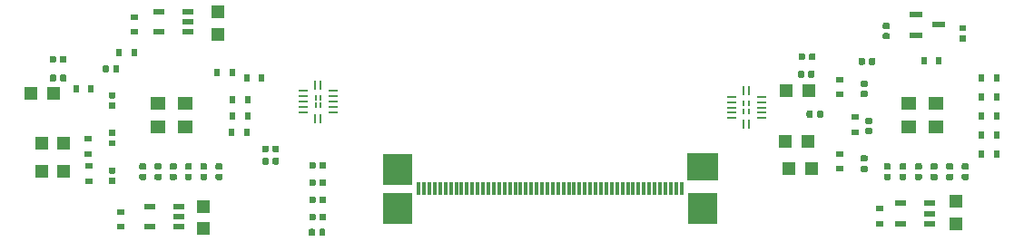
<source format=gbr>
G04 #@! TF.GenerationSoftware,KiCad,Pcbnew,5.0.2+dfsg1-1~bpo9+1*
G04 #@! TF.CreationDate,2019-10-08T18:25:51+02:00*
G04 #@! TF.ProjectId,OV9281,4f563932-3831-42e6-9b69-6361645f7063,rev?*
G04 #@! TF.SameCoordinates,Original*
G04 #@! TF.FileFunction,Paste,Top*
G04 #@! TF.FilePolarity,Positive*
%FSLAX46Y46*%
G04 Gerber Fmt 4.6, Leading zero omitted, Abs format (unit mm)*
G04 Created by KiCad (PCBNEW 5.0.2+dfsg1-1~bpo9+1) date Tue 08 Oct 2019 06:25:51 PM CEST*
%MOMM*%
%LPD*%
G01*
G04 APERTURE LIST*
%ADD10R,3.000000X2.500000*%
%ADD11R,2.700000X3.000000*%
%ADD12R,0.300000X1.200000*%
%ADD13C,0.100000*%
%ADD14C,0.590000*%
%ADD15R,1.000000X0.550000*%
%ADD16R,1.200000X1.200000*%
%ADD17R,0.800000X0.600000*%
%ADD18R,1.300000X0.600000*%
%ADD19R,0.240000X0.900000*%
%ADD20R,0.900000X0.240000*%
%ADD21R,0.250000X0.500000*%
%ADD22R,0.600000X0.800000*%
%ADD23R,1.400000X1.200000*%
G04 APERTURE END LIST*
D10*
G04 #@! TO.C,J3*
X164200000Y-117300000D03*
D11*
X164200000Y-121250000D03*
X135800000Y-121250000D03*
X135800000Y-117550000D03*
D12*
X137750000Y-119400000D03*
X138250000Y-119400000D03*
X138750000Y-119400000D03*
X139250000Y-119400000D03*
X139750000Y-119400000D03*
X140250000Y-119400000D03*
X140750000Y-119400000D03*
X141250000Y-119400000D03*
X141750000Y-119400000D03*
X142250000Y-119400000D03*
X142750000Y-119400000D03*
X143250000Y-119400000D03*
X143750000Y-119400000D03*
X144250000Y-119400000D03*
X144750000Y-119400000D03*
X145250000Y-119400000D03*
X145750000Y-119400000D03*
X146250000Y-119400000D03*
X146750000Y-119400000D03*
X147250000Y-119400000D03*
X147750000Y-119400000D03*
X148250000Y-119400000D03*
X148750000Y-119400000D03*
X149250000Y-119400000D03*
X149750000Y-119400000D03*
X150250000Y-119400000D03*
X150750000Y-119400000D03*
X151250000Y-119400000D03*
X151750000Y-119400000D03*
X152250000Y-119400000D03*
X152750000Y-119400000D03*
X153250000Y-119400000D03*
X153750000Y-119400000D03*
X154250000Y-119400000D03*
X154750000Y-119400000D03*
X155250000Y-119400000D03*
X155750000Y-119400000D03*
X156250000Y-119400000D03*
X156750000Y-119400000D03*
X157250000Y-119400000D03*
X157750000Y-119400000D03*
X158250000Y-119400000D03*
X158750000Y-119400000D03*
X159250000Y-119400000D03*
X159750000Y-119400000D03*
X160250000Y-119400000D03*
X160750000Y-119400000D03*
X161250000Y-119400000D03*
X161750000Y-119400000D03*
X162250000Y-119400000D03*
G04 #@! TD*
D13*
G04 #@! TO.C,R12*
G36*
X175346958Y-112090710D02*
X175361276Y-112092834D01*
X175375317Y-112096351D01*
X175388946Y-112101228D01*
X175402031Y-112107417D01*
X175414447Y-112114858D01*
X175426073Y-112123481D01*
X175436798Y-112133202D01*
X175446519Y-112143927D01*
X175455142Y-112155553D01*
X175462583Y-112167969D01*
X175468772Y-112181054D01*
X175473649Y-112194683D01*
X175477166Y-112208724D01*
X175479290Y-112223042D01*
X175480000Y-112237500D01*
X175480000Y-112582500D01*
X175479290Y-112596958D01*
X175477166Y-112611276D01*
X175473649Y-112625317D01*
X175468772Y-112638946D01*
X175462583Y-112652031D01*
X175455142Y-112664447D01*
X175446519Y-112676073D01*
X175436798Y-112686798D01*
X175426073Y-112696519D01*
X175414447Y-112705142D01*
X175402031Y-112712583D01*
X175388946Y-112718772D01*
X175375317Y-112723649D01*
X175361276Y-112727166D01*
X175346958Y-112729290D01*
X175332500Y-112730000D01*
X175037500Y-112730000D01*
X175023042Y-112729290D01*
X175008724Y-112727166D01*
X174994683Y-112723649D01*
X174981054Y-112718772D01*
X174967969Y-112712583D01*
X174955553Y-112705142D01*
X174943927Y-112696519D01*
X174933202Y-112686798D01*
X174923481Y-112676073D01*
X174914858Y-112664447D01*
X174907417Y-112652031D01*
X174901228Y-112638946D01*
X174896351Y-112625317D01*
X174892834Y-112611276D01*
X174890710Y-112596958D01*
X174890000Y-112582500D01*
X174890000Y-112237500D01*
X174890710Y-112223042D01*
X174892834Y-112208724D01*
X174896351Y-112194683D01*
X174901228Y-112181054D01*
X174907417Y-112167969D01*
X174914858Y-112155553D01*
X174923481Y-112143927D01*
X174933202Y-112133202D01*
X174943927Y-112123481D01*
X174955553Y-112114858D01*
X174967969Y-112107417D01*
X174981054Y-112101228D01*
X174994683Y-112096351D01*
X175008724Y-112092834D01*
X175023042Y-112090710D01*
X175037500Y-112090000D01*
X175332500Y-112090000D01*
X175346958Y-112090710D01*
X175346958Y-112090710D01*
G37*
D14*
X175185000Y-112410000D03*
D13*
G36*
X174376958Y-112090710D02*
X174391276Y-112092834D01*
X174405317Y-112096351D01*
X174418946Y-112101228D01*
X174432031Y-112107417D01*
X174444447Y-112114858D01*
X174456073Y-112123481D01*
X174466798Y-112133202D01*
X174476519Y-112143927D01*
X174485142Y-112155553D01*
X174492583Y-112167969D01*
X174498772Y-112181054D01*
X174503649Y-112194683D01*
X174507166Y-112208724D01*
X174509290Y-112223042D01*
X174510000Y-112237500D01*
X174510000Y-112582500D01*
X174509290Y-112596958D01*
X174507166Y-112611276D01*
X174503649Y-112625317D01*
X174498772Y-112638946D01*
X174492583Y-112652031D01*
X174485142Y-112664447D01*
X174476519Y-112676073D01*
X174466798Y-112686798D01*
X174456073Y-112696519D01*
X174444447Y-112705142D01*
X174432031Y-112712583D01*
X174418946Y-112718772D01*
X174405317Y-112723649D01*
X174391276Y-112727166D01*
X174376958Y-112729290D01*
X174362500Y-112730000D01*
X174067500Y-112730000D01*
X174053042Y-112729290D01*
X174038724Y-112727166D01*
X174024683Y-112723649D01*
X174011054Y-112718772D01*
X173997969Y-112712583D01*
X173985553Y-112705142D01*
X173973927Y-112696519D01*
X173963202Y-112686798D01*
X173953481Y-112676073D01*
X173944858Y-112664447D01*
X173937417Y-112652031D01*
X173931228Y-112638946D01*
X173926351Y-112625317D01*
X173922834Y-112611276D01*
X173920710Y-112596958D01*
X173920000Y-112582500D01*
X173920000Y-112237500D01*
X173920710Y-112223042D01*
X173922834Y-112208724D01*
X173926351Y-112194683D01*
X173931228Y-112181054D01*
X173937417Y-112167969D01*
X173944858Y-112155553D01*
X173953481Y-112143927D01*
X173963202Y-112133202D01*
X173973927Y-112123481D01*
X173985553Y-112114858D01*
X173997969Y-112107417D01*
X174011054Y-112101228D01*
X174024683Y-112096351D01*
X174038724Y-112092834D01*
X174053042Y-112090710D01*
X174067500Y-112090000D01*
X174362500Y-112090000D01*
X174376958Y-112090710D01*
X174376958Y-112090710D01*
G37*
D14*
X174215000Y-112410000D03*
G04 #@! TD*
D13*
G04 #@! TO.C,R22*
G36*
X124576958Y-115340710D02*
X124591276Y-115342834D01*
X124605317Y-115346351D01*
X124618946Y-115351228D01*
X124632031Y-115357417D01*
X124644447Y-115364858D01*
X124656073Y-115373481D01*
X124666798Y-115383202D01*
X124676519Y-115393927D01*
X124685142Y-115405553D01*
X124692583Y-115417969D01*
X124698772Y-115431054D01*
X124703649Y-115444683D01*
X124707166Y-115458724D01*
X124709290Y-115473042D01*
X124710000Y-115487500D01*
X124710000Y-115832500D01*
X124709290Y-115846958D01*
X124707166Y-115861276D01*
X124703649Y-115875317D01*
X124698772Y-115888946D01*
X124692583Y-115902031D01*
X124685142Y-115914447D01*
X124676519Y-115926073D01*
X124666798Y-115936798D01*
X124656073Y-115946519D01*
X124644447Y-115955142D01*
X124632031Y-115962583D01*
X124618946Y-115968772D01*
X124605317Y-115973649D01*
X124591276Y-115977166D01*
X124576958Y-115979290D01*
X124562500Y-115980000D01*
X124267500Y-115980000D01*
X124253042Y-115979290D01*
X124238724Y-115977166D01*
X124224683Y-115973649D01*
X124211054Y-115968772D01*
X124197969Y-115962583D01*
X124185553Y-115955142D01*
X124173927Y-115946519D01*
X124163202Y-115936798D01*
X124153481Y-115926073D01*
X124144858Y-115914447D01*
X124137417Y-115902031D01*
X124131228Y-115888946D01*
X124126351Y-115875317D01*
X124122834Y-115861276D01*
X124120710Y-115846958D01*
X124120000Y-115832500D01*
X124120000Y-115487500D01*
X124120710Y-115473042D01*
X124122834Y-115458724D01*
X124126351Y-115444683D01*
X124131228Y-115431054D01*
X124137417Y-115417969D01*
X124144858Y-115405553D01*
X124153481Y-115393927D01*
X124163202Y-115383202D01*
X124173927Y-115373481D01*
X124185553Y-115364858D01*
X124197969Y-115357417D01*
X124211054Y-115351228D01*
X124224683Y-115346351D01*
X124238724Y-115342834D01*
X124253042Y-115340710D01*
X124267500Y-115340000D01*
X124562500Y-115340000D01*
X124576958Y-115340710D01*
X124576958Y-115340710D01*
G37*
D14*
X124415000Y-115660000D03*
D13*
G36*
X123606958Y-115340710D02*
X123621276Y-115342834D01*
X123635317Y-115346351D01*
X123648946Y-115351228D01*
X123662031Y-115357417D01*
X123674447Y-115364858D01*
X123686073Y-115373481D01*
X123696798Y-115383202D01*
X123706519Y-115393927D01*
X123715142Y-115405553D01*
X123722583Y-115417969D01*
X123728772Y-115431054D01*
X123733649Y-115444683D01*
X123737166Y-115458724D01*
X123739290Y-115473042D01*
X123740000Y-115487500D01*
X123740000Y-115832500D01*
X123739290Y-115846958D01*
X123737166Y-115861276D01*
X123733649Y-115875317D01*
X123728772Y-115888946D01*
X123722583Y-115902031D01*
X123715142Y-115914447D01*
X123706519Y-115926073D01*
X123696798Y-115936798D01*
X123686073Y-115946519D01*
X123674447Y-115955142D01*
X123662031Y-115962583D01*
X123648946Y-115968772D01*
X123635317Y-115973649D01*
X123621276Y-115977166D01*
X123606958Y-115979290D01*
X123592500Y-115980000D01*
X123297500Y-115980000D01*
X123283042Y-115979290D01*
X123268724Y-115977166D01*
X123254683Y-115973649D01*
X123241054Y-115968772D01*
X123227969Y-115962583D01*
X123215553Y-115955142D01*
X123203927Y-115946519D01*
X123193202Y-115936798D01*
X123183481Y-115926073D01*
X123174858Y-115914447D01*
X123167417Y-115902031D01*
X123161228Y-115888946D01*
X123156351Y-115875317D01*
X123152834Y-115861276D01*
X123150710Y-115846958D01*
X123150000Y-115832500D01*
X123150000Y-115487500D01*
X123150710Y-115473042D01*
X123152834Y-115458724D01*
X123156351Y-115444683D01*
X123161228Y-115431054D01*
X123167417Y-115417969D01*
X123174858Y-115405553D01*
X123183481Y-115393927D01*
X123193202Y-115383202D01*
X123203927Y-115373481D01*
X123215553Y-115364858D01*
X123227969Y-115357417D01*
X123241054Y-115351228D01*
X123254683Y-115346351D01*
X123268724Y-115342834D01*
X123283042Y-115340710D01*
X123297500Y-115340000D01*
X123592500Y-115340000D01*
X123606958Y-115340710D01*
X123606958Y-115340710D01*
G37*
D14*
X123445000Y-115660000D03*
G04 #@! TD*
D13*
G04 #@! TO.C,R6*
G36*
X124586958Y-116480710D02*
X124601276Y-116482834D01*
X124615317Y-116486351D01*
X124628946Y-116491228D01*
X124642031Y-116497417D01*
X124654447Y-116504858D01*
X124666073Y-116513481D01*
X124676798Y-116523202D01*
X124686519Y-116533927D01*
X124695142Y-116545553D01*
X124702583Y-116557969D01*
X124708772Y-116571054D01*
X124713649Y-116584683D01*
X124717166Y-116598724D01*
X124719290Y-116613042D01*
X124720000Y-116627500D01*
X124720000Y-116972500D01*
X124719290Y-116986958D01*
X124717166Y-117001276D01*
X124713649Y-117015317D01*
X124708772Y-117028946D01*
X124702583Y-117042031D01*
X124695142Y-117054447D01*
X124686519Y-117066073D01*
X124676798Y-117076798D01*
X124666073Y-117086519D01*
X124654447Y-117095142D01*
X124642031Y-117102583D01*
X124628946Y-117108772D01*
X124615317Y-117113649D01*
X124601276Y-117117166D01*
X124586958Y-117119290D01*
X124572500Y-117120000D01*
X124277500Y-117120000D01*
X124263042Y-117119290D01*
X124248724Y-117117166D01*
X124234683Y-117113649D01*
X124221054Y-117108772D01*
X124207969Y-117102583D01*
X124195553Y-117095142D01*
X124183927Y-117086519D01*
X124173202Y-117076798D01*
X124163481Y-117066073D01*
X124154858Y-117054447D01*
X124147417Y-117042031D01*
X124141228Y-117028946D01*
X124136351Y-117015317D01*
X124132834Y-117001276D01*
X124130710Y-116986958D01*
X124130000Y-116972500D01*
X124130000Y-116627500D01*
X124130710Y-116613042D01*
X124132834Y-116598724D01*
X124136351Y-116584683D01*
X124141228Y-116571054D01*
X124147417Y-116557969D01*
X124154858Y-116545553D01*
X124163481Y-116533927D01*
X124173202Y-116523202D01*
X124183927Y-116513481D01*
X124195553Y-116504858D01*
X124207969Y-116497417D01*
X124221054Y-116491228D01*
X124234683Y-116486351D01*
X124248724Y-116482834D01*
X124263042Y-116480710D01*
X124277500Y-116480000D01*
X124572500Y-116480000D01*
X124586958Y-116480710D01*
X124586958Y-116480710D01*
G37*
D14*
X124425000Y-116800000D03*
D13*
G36*
X123616958Y-116480710D02*
X123631276Y-116482834D01*
X123645317Y-116486351D01*
X123658946Y-116491228D01*
X123672031Y-116497417D01*
X123684447Y-116504858D01*
X123696073Y-116513481D01*
X123706798Y-116523202D01*
X123716519Y-116533927D01*
X123725142Y-116545553D01*
X123732583Y-116557969D01*
X123738772Y-116571054D01*
X123743649Y-116584683D01*
X123747166Y-116598724D01*
X123749290Y-116613042D01*
X123750000Y-116627500D01*
X123750000Y-116972500D01*
X123749290Y-116986958D01*
X123747166Y-117001276D01*
X123743649Y-117015317D01*
X123738772Y-117028946D01*
X123732583Y-117042031D01*
X123725142Y-117054447D01*
X123716519Y-117066073D01*
X123706798Y-117076798D01*
X123696073Y-117086519D01*
X123684447Y-117095142D01*
X123672031Y-117102583D01*
X123658946Y-117108772D01*
X123645317Y-117113649D01*
X123631276Y-117117166D01*
X123616958Y-117119290D01*
X123602500Y-117120000D01*
X123307500Y-117120000D01*
X123293042Y-117119290D01*
X123278724Y-117117166D01*
X123264683Y-117113649D01*
X123251054Y-117108772D01*
X123237969Y-117102583D01*
X123225553Y-117095142D01*
X123213927Y-117086519D01*
X123203202Y-117076798D01*
X123193481Y-117066073D01*
X123184858Y-117054447D01*
X123177417Y-117042031D01*
X123171228Y-117028946D01*
X123166351Y-117015317D01*
X123162834Y-117001276D01*
X123160710Y-116986958D01*
X123160000Y-116972500D01*
X123160000Y-116627500D01*
X123160710Y-116613042D01*
X123162834Y-116598724D01*
X123166351Y-116584683D01*
X123171228Y-116571054D01*
X123177417Y-116557969D01*
X123184858Y-116545553D01*
X123193481Y-116533927D01*
X123203202Y-116523202D01*
X123213927Y-116513481D01*
X123225553Y-116504858D01*
X123237969Y-116497417D01*
X123251054Y-116491228D01*
X123264683Y-116486351D01*
X123278724Y-116482834D01*
X123293042Y-116480710D01*
X123307500Y-116480000D01*
X123602500Y-116480000D01*
X123616958Y-116480710D01*
X123616958Y-116480710D01*
G37*
D14*
X123455000Y-116800000D03*
G04 #@! TD*
D15*
G04 #@! TO.C,IC1*
X112656000Y-122924000D03*
X112656000Y-121024000D03*
X115356000Y-122924000D03*
X115356000Y-121974000D03*
X115356000Y-121024000D03*
G04 #@! TD*
D16*
G04 #@! TO.C,C3*
X187878000Y-122640000D03*
X187878000Y-120540000D03*
G04 #@! TD*
G04 #@! TO.C,C1*
X117656000Y-121024000D03*
X117656000Y-123124000D03*
G04 #@! TD*
G04 #@! TO.C,C2*
X118994000Y-102844000D03*
X118994000Y-104944000D03*
G04 #@! TD*
D17*
G04 #@! TO.C,C6*
X180728000Y-122640000D03*
X180728000Y-121240000D03*
G04 #@! TD*
G04 #@! TO.C,C5*
X111267797Y-104740280D03*
X111267797Y-103340280D03*
G04 #@! TD*
G04 #@! TO.C,C4*
X109956000Y-122924000D03*
X109956000Y-121524000D03*
G04 #@! TD*
D15*
G04 #@! TO.C,IC3*
X182678000Y-122640000D03*
X182678000Y-120740000D03*
X185378000Y-122640000D03*
X185378000Y-121690000D03*
X185378000Y-120740000D03*
G04 #@! TD*
D13*
G04 #@! TO.C,R1*
G36*
X128959957Y-116862461D02*
X128974275Y-116864585D01*
X128988316Y-116868102D01*
X129001945Y-116872979D01*
X129015030Y-116879168D01*
X129027446Y-116886609D01*
X129039072Y-116895232D01*
X129049797Y-116904953D01*
X129059518Y-116915678D01*
X129068141Y-116927304D01*
X129075582Y-116939720D01*
X129081771Y-116952805D01*
X129086648Y-116966434D01*
X129090165Y-116980475D01*
X129092289Y-116994793D01*
X129092999Y-117009251D01*
X129092999Y-117354251D01*
X129092289Y-117368709D01*
X129090165Y-117383027D01*
X129086648Y-117397068D01*
X129081771Y-117410697D01*
X129075582Y-117423782D01*
X129068141Y-117436198D01*
X129059518Y-117447824D01*
X129049797Y-117458549D01*
X129039072Y-117468270D01*
X129027446Y-117476893D01*
X129015030Y-117484334D01*
X129001945Y-117490523D01*
X128988316Y-117495400D01*
X128974275Y-117498917D01*
X128959957Y-117501041D01*
X128945499Y-117501751D01*
X128650499Y-117501751D01*
X128636041Y-117501041D01*
X128621723Y-117498917D01*
X128607682Y-117495400D01*
X128594053Y-117490523D01*
X128580968Y-117484334D01*
X128568552Y-117476893D01*
X128556926Y-117468270D01*
X128546201Y-117458549D01*
X128536480Y-117447824D01*
X128527857Y-117436198D01*
X128520416Y-117423782D01*
X128514227Y-117410697D01*
X128509350Y-117397068D01*
X128505833Y-117383027D01*
X128503709Y-117368709D01*
X128502999Y-117354251D01*
X128502999Y-117009251D01*
X128503709Y-116994793D01*
X128505833Y-116980475D01*
X128509350Y-116966434D01*
X128514227Y-116952805D01*
X128520416Y-116939720D01*
X128527857Y-116927304D01*
X128536480Y-116915678D01*
X128546201Y-116904953D01*
X128556926Y-116895232D01*
X128568552Y-116886609D01*
X128580968Y-116879168D01*
X128594053Y-116872979D01*
X128607682Y-116868102D01*
X128621723Y-116864585D01*
X128636041Y-116862461D01*
X128650499Y-116861751D01*
X128945499Y-116861751D01*
X128959957Y-116862461D01*
X128959957Y-116862461D01*
G37*
D14*
X128797999Y-117181751D03*
D13*
G36*
X127989957Y-116862461D02*
X128004275Y-116864585D01*
X128018316Y-116868102D01*
X128031945Y-116872979D01*
X128045030Y-116879168D01*
X128057446Y-116886609D01*
X128069072Y-116895232D01*
X128079797Y-116904953D01*
X128089518Y-116915678D01*
X128098141Y-116927304D01*
X128105582Y-116939720D01*
X128111771Y-116952805D01*
X128116648Y-116966434D01*
X128120165Y-116980475D01*
X128122289Y-116994793D01*
X128122999Y-117009251D01*
X128122999Y-117354251D01*
X128122289Y-117368709D01*
X128120165Y-117383027D01*
X128116648Y-117397068D01*
X128111771Y-117410697D01*
X128105582Y-117423782D01*
X128098141Y-117436198D01*
X128089518Y-117447824D01*
X128079797Y-117458549D01*
X128069072Y-117468270D01*
X128057446Y-117476893D01*
X128045030Y-117484334D01*
X128031945Y-117490523D01*
X128018316Y-117495400D01*
X128004275Y-117498917D01*
X127989957Y-117501041D01*
X127975499Y-117501751D01*
X127680499Y-117501751D01*
X127666041Y-117501041D01*
X127651723Y-117498917D01*
X127637682Y-117495400D01*
X127624053Y-117490523D01*
X127610968Y-117484334D01*
X127598552Y-117476893D01*
X127586926Y-117468270D01*
X127576201Y-117458549D01*
X127566480Y-117447824D01*
X127557857Y-117436198D01*
X127550416Y-117423782D01*
X127544227Y-117410697D01*
X127539350Y-117397068D01*
X127535833Y-117383027D01*
X127533709Y-117368709D01*
X127532999Y-117354251D01*
X127532999Y-117009251D01*
X127533709Y-116994793D01*
X127535833Y-116980475D01*
X127539350Y-116966434D01*
X127544227Y-116952805D01*
X127550416Y-116939720D01*
X127557857Y-116927304D01*
X127566480Y-116915678D01*
X127576201Y-116904953D01*
X127586926Y-116895232D01*
X127598552Y-116886609D01*
X127610968Y-116879168D01*
X127624053Y-116872979D01*
X127637682Y-116868102D01*
X127651723Y-116864585D01*
X127666041Y-116862461D01*
X127680499Y-116861751D01*
X127975499Y-116861751D01*
X127989957Y-116862461D01*
X127989957Y-116862461D01*
G37*
D14*
X127827999Y-117181751D03*
G04 #@! TD*
D13*
G04 #@! TO.C,R2*
G36*
X128959957Y-118474211D02*
X128974275Y-118476335D01*
X128988316Y-118479852D01*
X129001945Y-118484729D01*
X129015030Y-118490918D01*
X129027446Y-118498359D01*
X129039072Y-118506982D01*
X129049797Y-118516703D01*
X129059518Y-118527428D01*
X129068141Y-118539054D01*
X129075582Y-118551470D01*
X129081771Y-118564555D01*
X129086648Y-118578184D01*
X129090165Y-118592225D01*
X129092289Y-118606543D01*
X129092999Y-118621001D01*
X129092999Y-118966001D01*
X129092289Y-118980459D01*
X129090165Y-118994777D01*
X129086648Y-119008818D01*
X129081771Y-119022447D01*
X129075582Y-119035532D01*
X129068141Y-119047948D01*
X129059518Y-119059574D01*
X129049797Y-119070299D01*
X129039072Y-119080020D01*
X129027446Y-119088643D01*
X129015030Y-119096084D01*
X129001945Y-119102273D01*
X128988316Y-119107150D01*
X128974275Y-119110667D01*
X128959957Y-119112791D01*
X128945499Y-119113501D01*
X128650499Y-119113501D01*
X128636041Y-119112791D01*
X128621723Y-119110667D01*
X128607682Y-119107150D01*
X128594053Y-119102273D01*
X128580968Y-119096084D01*
X128568552Y-119088643D01*
X128556926Y-119080020D01*
X128546201Y-119070299D01*
X128536480Y-119059574D01*
X128527857Y-119047948D01*
X128520416Y-119035532D01*
X128514227Y-119022447D01*
X128509350Y-119008818D01*
X128505833Y-118994777D01*
X128503709Y-118980459D01*
X128502999Y-118966001D01*
X128502999Y-118621001D01*
X128503709Y-118606543D01*
X128505833Y-118592225D01*
X128509350Y-118578184D01*
X128514227Y-118564555D01*
X128520416Y-118551470D01*
X128527857Y-118539054D01*
X128536480Y-118527428D01*
X128546201Y-118516703D01*
X128556926Y-118506982D01*
X128568552Y-118498359D01*
X128580968Y-118490918D01*
X128594053Y-118484729D01*
X128607682Y-118479852D01*
X128621723Y-118476335D01*
X128636041Y-118474211D01*
X128650499Y-118473501D01*
X128945499Y-118473501D01*
X128959957Y-118474211D01*
X128959957Y-118474211D01*
G37*
D14*
X128797999Y-118793501D03*
D13*
G36*
X127989957Y-118474211D02*
X128004275Y-118476335D01*
X128018316Y-118479852D01*
X128031945Y-118484729D01*
X128045030Y-118490918D01*
X128057446Y-118498359D01*
X128069072Y-118506982D01*
X128079797Y-118516703D01*
X128089518Y-118527428D01*
X128098141Y-118539054D01*
X128105582Y-118551470D01*
X128111771Y-118564555D01*
X128116648Y-118578184D01*
X128120165Y-118592225D01*
X128122289Y-118606543D01*
X128122999Y-118621001D01*
X128122999Y-118966001D01*
X128122289Y-118980459D01*
X128120165Y-118994777D01*
X128116648Y-119008818D01*
X128111771Y-119022447D01*
X128105582Y-119035532D01*
X128098141Y-119047948D01*
X128089518Y-119059574D01*
X128079797Y-119070299D01*
X128069072Y-119080020D01*
X128057446Y-119088643D01*
X128045030Y-119096084D01*
X128031945Y-119102273D01*
X128018316Y-119107150D01*
X128004275Y-119110667D01*
X127989957Y-119112791D01*
X127975499Y-119113501D01*
X127680499Y-119113501D01*
X127666041Y-119112791D01*
X127651723Y-119110667D01*
X127637682Y-119107150D01*
X127624053Y-119102273D01*
X127610968Y-119096084D01*
X127598552Y-119088643D01*
X127586926Y-119080020D01*
X127576201Y-119070299D01*
X127566480Y-119059574D01*
X127557857Y-119047948D01*
X127550416Y-119035532D01*
X127544227Y-119022447D01*
X127539350Y-119008818D01*
X127535833Y-118994777D01*
X127533709Y-118980459D01*
X127532999Y-118966001D01*
X127532999Y-118621001D01*
X127533709Y-118606543D01*
X127535833Y-118592225D01*
X127539350Y-118578184D01*
X127544227Y-118564555D01*
X127550416Y-118551470D01*
X127557857Y-118539054D01*
X127566480Y-118527428D01*
X127576201Y-118516703D01*
X127586926Y-118506982D01*
X127598552Y-118498359D01*
X127610968Y-118490918D01*
X127624053Y-118484729D01*
X127637682Y-118479852D01*
X127651723Y-118476335D01*
X127666041Y-118474211D01*
X127680499Y-118473501D01*
X127975499Y-118473501D01*
X127989957Y-118474211D01*
X127989957Y-118474211D01*
G37*
D14*
X127827999Y-118793501D03*
G04 #@! TD*
D13*
G04 #@! TO.C,R3*
G36*
X128959957Y-120085961D02*
X128974275Y-120088085D01*
X128988316Y-120091602D01*
X129001945Y-120096479D01*
X129015030Y-120102668D01*
X129027446Y-120110109D01*
X129039072Y-120118732D01*
X129049797Y-120128453D01*
X129059518Y-120139178D01*
X129068141Y-120150804D01*
X129075582Y-120163220D01*
X129081771Y-120176305D01*
X129086648Y-120189934D01*
X129090165Y-120203975D01*
X129092289Y-120218293D01*
X129092999Y-120232751D01*
X129092999Y-120577751D01*
X129092289Y-120592209D01*
X129090165Y-120606527D01*
X129086648Y-120620568D01*
X129081771Y-120634197D01*
X129075582Y-120647282D01*
X129068141Y-120659698D01*
X129059518Y-120671324D01*
X129049797Y-120682049D01*
X129039072Y-120691770D01*
X129027446Y-120700393D01*
X129015030Y-120707834D01*
X129001945Y-120714023D01*
X128988316Y-120718900D01*
X128974275Y-120722417D01*
X128959957Y-120724541D01*
X128945499Y-120725251D01*
X128650499Y-120725251D01*
X128636041Y-120724541D01*
X128621723Y-120722417D01*
X128607682Y-120718900D01*
X128594053Y-120714023D01*
X128580968Y-120707834D01*
X128568552Y-120700393D01*
X128556926Y-120691770D01*
X128546201Y-120682049D01*
X128536480Y-120671324D01*
X128527857Y-120659698D01*
X128520416Y-120647282D01*
X128514227Y-120634197D01*
X128509350Y-120620568D01*
X128505833Y-120606527D01*
X128503709Y-120592209D01*
X128502999Y-120577751D01*
X128502999Y-120232751D01*
X128503709Y-120218293D01*
X128505833Y-120203975D01*
X128509350Y-120189934D01*
X128514227Y-120176305D01*
X128520416Y-120163220D01*
X128527857Y-120150804D01*
X128536480Y-120139178D01*
X128546201Y-120128453D01*
X128556926Y-120118732D01*
X128568552Y-120110109D01*
X128580968Y-120102668D01*
X128594053Y-120096479D01*
X128607682Y-120091602D01*
X128621723Y-120088085D01*
X128636041Y-120085961D01*
X128650499Y-120085251D01*
X128945499Y-120085251D01*
X128959957Y-120085961D01*
X128959957Y-120085961D01*
G37*
D14*
X128797999Y-120405251D03*
D13*
G36*
X127989957Y-120085961D02*
X128004275Y-120088085D01*
X128018316Y-120091602D01*
X128031945Y-120096479D01*
X128045030Y-120102668D01*
X128057446Y-120110109D01*
X128069072Y-120118732D01*
X128079797Y-120128453D01*
X128089518Y-120139178D01*
X128098141Y-120150804D01*
X128105582Y-120163220D01*
X128111771Y-120176305D01*
X128116648Y-120189934D01*
X128120165Y-120203975D01*
X128122289Y-120218293D01*
X128122999Y-120232751D01*
X128122999Y-120577751D01*
X128122289Y-120592209D01*
X128120165Y-120606527D01*
X128116648Y-120620568D01*
X128111771Y-120634197D01*
X128105582Y-120647282D01*
X128098141Y-120659698D01*
X128089518Y-120671324D01*
X128079797Y-120682049D01*
X128069072Y-120691770D01*
X128057446Y-120700393D01*
X128045030Y-120707834D01*
X128031945Y-120714023D01*
X128018316Y-120718900D01*
X128004275Y-120722417D01*
X127989957Y-120724541D01*
X127975499Y-120725251D01*
X127680499Y-120725251D01*
X127666041Y-120724541D01*
X127651723Y-120722417D01*
X127637682Y-120718900D01*
X127624053Y-120714023D01*
X127610968Y-120707834D01*
X127598552Y-120700393D01*
X127586926Y-120691770D01*
X127576201Y-120682049D01*
X127566480Y-120671324D01*
X127557857Y-120659698D01*
X127550416Y-120647282D01*
X127544227Y-120634197D01*
X127539350Y-120620568D01*
X127535833Y-120606527D01*
X127533709Y-120592209D01*
X127532999Y-120577751D01*
X127532999Y-120232751D01*
X127533709Y-120218293D01*
X127535833Y-120203975D01*
X127539350Y-120189934D01*
X127544227Y-120176305D01*
X127550416Y-120163220D01*
X127557857Y-120150804D01*
X127566480Y-120139178D01*
X127576201Y-120128453D01*
X127586926Y-120118732D01*
X127598552Y-120110109D01*
X127610968Y-120102668D01*
X127624053Y-120096479D01*
X127637682Y-120091602D01*
X127651723Y-120088085D01*
X127666041Y-120085961D01*
X127680499Y-120085251D01*
X127975499Y-120085251D01*
X127989957Y-120085961D01*
X127989957Y-120085961D01*
G37*
D14*
X127827999Y-120405251D03*
G04 #@! TD*
D13*
G04 #@! TO.C,R4*
G36*
X128959957Y-121697711D02*
X128974275Y-121699835D01*
X128988316Y-121703352D01*
X129001945Y-121708229D01*
X129015030Y-121714418D01*
X129027446Y-121721859D01*
X129039072Y-121730482D01*
X129049797Y-121740203D01*
X129059518Y-121750928D01*
X129068141Y-121762554D01*
X129075582Y-121774970D01*
X129081771Y-121788055D01*
X129086648Y-121801684D01*
X129090165Y-121815725D01*
X129092289Y-121830043D01*
X129092999Y-121844501D01*
X129092999Y-122189501D01*
X129092289Y-122203959D01*
X129090165Y-122218277D01*
X129086648Y-122232318D01*
X129081771Y-122245947D01*
X129075582Y-122259032D01*
X129068141Y-122271448D01*
X129059518Y-122283074D01*
X129049797Y-122293799D01*
X129039072Y-122303520D01*
X129027446Y-122312143D01*
X129015030Y-122319584D01*
X129001945Y-122325773D01*
X128988316Y-122330650D01*
X128974275Y-122334167D01*
X128959957Y-122336291D01*
X128945499Y-122337001D01*
X128650499Y-122337001D01*
X128636041Y-122336291D01*
X128621723Y-122334167D01*
X128607682Y-122330650D01*
X128594053Y-122325773D01*
X128580968Y-122319584D01*
X128568552Y-122312143D01*
X128556926Y-122303520D01*
X128546201Y-122293799D01*
X128536480Y-122283074D01*
X128527857Y-122271448D01*
X128520416Y-122259032D01*
X128514227Y-122245947D01*
X128509350Y-122232318D01*
X128505833Y-122218277D01*
X128503709Y-122203959D01*
X128502999Y-122189501D01*
X128502999Y-121844501D01*
X128503709Y-121830043D01*
X128505833Y-121815725D01*
X128509350Y-121801684D01*
X128514227Y-121788055D01*
X128520416Y-121774970D01*
X128527857Y-121762554D01*
X128536480Y-121750928D01*
X128546201Y-121740203D01*
X128556926Y-121730482D01*
X128568552Y-121721859D01*
X128580968Y-121714418D01*
X128594053Y-121708229D01*
X128607682Y-121703352D01*
X128621723Y-121699835D01*
X128636041Y-121697711D01*
X128650499Y-121697001D01*
X128945499Y-121697001D01*
X128959957Y-121697711D01*
X128959957Y-121697711D01*
G37*
D14*
X128797999Y-122017001D03*
D13*
G36*
X127989957Y-121697711D02*
X128004275Y-121699835D01*
X128018316Y-121703352D01*
X128031945Y-121708229D01*
X128045030Y-121714418D01*
X128057446Y-121721859D01*
X128069072Y-121730482D01*
X128079797Y-121740203D01*
X128089518Y-121750928D01*
X128098141Y-121762554D01*
X128105582Y-121774970D01*
X128111771Y-121788055D01*
X128116648Y-121801684D01*
X128120165Y-121815725D01*
X128122289Y-121830043D01*
X128122999Y-121844501D01*
X128122999Y-122189501D01*
X128122289Y-122203959D01*
X128120165Y-122218277D01*
X128116648Y-122232318D01*
X128111771Y-122245947D01*
X128105582Y-122259032D01*
X128098141Y-122271448D01*
X128089518Y-122283074D01*
X128079797Y-122293799D01*
X128069072Y-122303520D01*
X128057446Y-122312143D01*
X128045030Y-122319584D01*
X128031945Y-122325773D01*
X128018316Y-122330650D01*
X128004275Y-122334167D01*
X127989957Y-122336291D01*
X127975499Y-122337001D01*
X127680499Y-122337001D01*
X127666041Y-122336291D01*
X127651723Y-122334167D01*
X127637682Y-122330650D01*
X127624053Y-122325773D01*
X127610968Y-122319584D01*
X127598552Y-122312143D01*
X127586926Y-122303520D01*
X127576201Y-122293799D01*
X127566480Y-122283074D01*
X127557857Y-122271448D01*
X127550416Y-122259032D01*
X127544227Y-122245947D01*
X127539350Y-122232318D01*
X127535833Y-122218277D01*
X127533709Y-122203959D01*
X127532999Y-122189501D01*
X127532999Y-121844501D01*
X127533709Y-121830043D01*
X127535833Y-121815725D01*
X127539350Y-121801684D01*
X127544227Y-121788055D01*
X127550416Y-121774970D01*
X127557857Y-121762554D01*
X127566480Y-121750928D01*
X127576201Y-121740203D01*
X127586926Y-121730482D01*
X127598552Y-121721859D01*
X127610968Y-121714418D01*
X127624053Y-121708229D01*
X127637682Y-121703352D01*
X127651723Y-121699835D01*
X127666041Y-121697711D01*
X127680499Y-121697001D01*
X127975499Y-121697001D01*
X127989957Y-121697711D01*
X127989957Y-121697711D01*
G37*
D14*
X127827999Y-122017001D03*
G04 #@! TD*
D13*
G04 #@! TO.C,R5*
G36*
X128916958Y-123124710D02*
X128931276Y-123126834D01*
X128945317Y-123130351D01*
X128958946Y-123135228D01*
X128972031Y-123141417D01*
X128984447Y-123148858D01*
X128996073Y-123157481D01*
X129006798Y-123167202D01*
X129016519Y-123177927D01*
X129025142Y-123189553D01*
X129032583Y-123201969D01*
X129038772Y-123215054D01*
X129043649Y-123228683D01*
X129047166Y-123242724D01*
X129049290Y-123257042D01*
X129050000Y-123271500D01*
X129050000Y-123616500D01*
X129049290Y-123630958D01*
X129047166Y-123645276D01*
X129043649Y-123659317D01*
X129038772Y-123672946D01*
X129032583Y-123686031D01*
X129025142Y-123698447D01*
X129016519Y-123710073D01*
X129006798Y-123720798D01*
X128996073Y-123730519D01*
X128984447Y-123739142D01*
X128972031Y-123746583D01*
X128958946Y-123752772D01*
X128945317Y-123757649D01*
X128931276Y-123761166D01*
X128916958Y-123763290D01*
X128902500Y-123764000D01*
X128607500Y-123764000D01*
X128593042Y-123763290D01*
X128578724Y-123761166D01*
X128564683Y-123757649D01*
X128551054Y-123752772D01*
X128537969Y-123746583D01*
X128525553Y-123739142D01*
X128513927Y-123730519D01*
X128503202Y-123720798D01*
X128493481Y-123710073D01*
X128484858Y-123698447D01*
X128477417Y-123686031D01*
X128471228Y-123672946D01*
X128466351Y-123659317D01*
X128462834Y-123645276D01*
X128460710Y-123630958D01*
X128460000Y-123616500D01*
X128460000Y-123271500D01*
X128460710Y-123257042D01*
X128462834Y-123242724D01*
X128466351Y-123228683D01*
X128471228Y-123215054D01*
X128477417Y-123201969D01*
X128484858Y-123189553D01*
X128493481Y-123177927D01*
X128503202Y-123167202D01*
X128513927Y-123157481D01*
X128525553Y-123148858D01*
X128537969Y-123141417D01*
X128551054Y-123135228D01*
X128564683Y-123130351D01*
X128578724Y-123126834D01*
X128593042Y-123124710D01*
X128607500Y-123124000D01*
X128902500Y-123124000D01*
X128916958Y-123124710D01*
X128916958Y-123124710D01*
G37*
D14*
X128755000Y-123444000D03*
D13*
G36*
X127946958Y-123124710D02*
X127961276Y-123126834D01*
X127975317Y-123130351D01*
X127988946Y-123135228D01*
X128002031Y-123141417D01*
X128014447Y-123148858D01*
X128026073Y-123157481D01*
X128036798Y-123167202D01*
X128046519Y-123177927D01*
X128055142Y-123189553D01*
X128062583Y-123201969D01*
X128068772Y-123215054D01*
X128073649Y-123228683D01*
X128077166Y-123242724D01*
X128079290Y-123257042D01*
X128080000Y-123271500D01*
X128080000Y-123616500D01*
X128079290Y-123630958D01*
X128077166Y-123645276D01*
X128073649Y-123659317D01*
X128068772Y-123672946D01*
X128062583Y-123686031D01*
X128055142Y-123698447D01*
X128046519Y-123710073D01*
X128036798Y-123720798D01*
X128026073Y-123730519D01*
X128014447Y-123739142D01*
X128002031Y-123746583D01*
X127988946Y-123752772D01*
X127975317Y-123757649D01*
X127961276Y-123761166D01*
X127946958Y-123763290D01*
X127932500Y-123764000D01*
X127637500Y-123764000D01*
X127623042Y-123763290D01*
X127608724Y-123761166D01*
X127594683Y-123757649D01*
X127581054Y-123752772D01*
X127567969Y-123746583D01*
X127555553Y-123739142D01*
X127543927Y-123730519D01*
X127533202Y-123720798D01*
X127523481Y-123710073D01*
X127514858Y-123698447D01*
X127507417Y-123686031D01*
X127501228Y-123672946D01*
X127496351Y-123659317D01*
X127492834Y-123645276D01*
X127490710Y-123630958D01*
X127490000Y-123616500D01*
X127490000Y-123271500D01*
X127490710Y-123257042D01*
X127492834Y-123242724D01*
X127496351Y-123228683D01*
X127501228Y-123215054D01*
X127507417Y-123201969D01*
X127514858Y-123189553D01*
X127523481Y-123177927D01*
X127533202Y-123167202D01*
X127543927Y-123157481D01*
X127555553Y-123148858D01*
X127567969Y-123141417D01*
X127581054Y-123135228D01*
X127594683Y-123130351D01*
X127608724Y-123126834D01*
X127623042Y-123124710D01*
X127637500Y-123124000D01*
X127932500Y-123124000D01*
X127946958Y-123124710D01*
X127946958Y-123124710D01*
G37*
D14*
X127785000Y-123444000D03*
G04 #@! TD*
D18*
G04 #@! TO.C,Q1*
X186214900Y-104058000D03*
X184114900Y-105008000D03*
X184114900Y-103108000D03*
G04 #@! TD*
D19*
G04 #@! TO.C,U4*
X168552500Y-113336000D03*
X168052500Y-113336000D03*
D20*
X166902500Y-112786000D03*
X166902500Y-112286000D03*
X166902500Y-111786000D03*
X166902500Y-111286000D03*
X166902500Y-110786000D03*
D19*
X168052500Y-110236000D03*
X168552500Y-110236000D03*
D20*
X169702500Y-110786000D03*
X169702500Y-111286000D03*
X169702500Y-111786000D03*
X169702500Y-112286000D03*
X169702500Y-112786000D03*
D21*
X168527500Y-112136000D03*
X168077500Y-112136000D03*
X168527500Y-111436000D03*
X168077500Y-111436000D03*
G04 #@! TD*
G04 #@! TO.C,U3*
X128585000Y-111600000D03*
X128135000Y-111600000D03*
X128585000Y-110900000D03*
X128135000Y-110900000D03*
D20*
X126960000Y-110250000D03*
X126960000Y-110750000D03*
X126960000Y-111250000D03*
X126960000Y-111750000D03*
X126960000Y-112250000D03*
D19*
X128110000Y-112800000D03*
X128610000Y-112800000D03*
D20*
X129760000Y-112250000D03*
X129760000Y-111750000D03*
X129760000Y-111250000D03*
X129760000Y-110750000D03*
X129760000Y-110250000D03*
D19*
X128610000Y-109700000D03*
X128110000Y-109700000D03*
G04 #@! TD*
D16*
G04 #@! TO.C,L2*
X174100000Y-110250000D03*
X172000000Y-110250000D03*
G04 #@! TD*
G04 #@! TO.C,L1*
X172270000Y-117510000D03*
X174370000Y-117510000D03*
G04 #@! TD*
G04 #@! TO.C,L3*
X174075000Y-114950000D03*
X171975000Y-114950000D03*
G04 #@! TD*
G04 #@! TO.C,L4*
X102560000Y-117750000D03*
X104660000Y-117750000D03*
G04 #@! TD*
G04 #@! TO.C,L5*
X103675000Y-110475000D03*
X101575000Y-110475000D03*
G04 #@! TD*
G04 #@! TO.C,L6*
X102560000Y-115130000D03*
X104660000Y-115130000D03*
G04 #@! TD*
D22*
G04 #@! TO.C,C25*
X123100000Y-109020000D03*
X121700000Y-109020000D03*
G04 #@! TD*
G04 #@! TO.C,C35*
X118950000Y-108560000D03*
X120350000Y-108560000D03*
G04 #@! TD*
G04 #@! TO.C,C33*
X186270000Y-107442000D03*
X184870000Y-107442000D03*
G04 #@! TD*
G04 #@! TO.C,C24*
X121800000Y-112550000D03*
X120400000Y-112550000D03*
G04 #@! TD*
D17*
G04 #@! TO.C,C27*
X106970000Y-118640000D03*
X106970000Y-117240000D03*
G04 #@! TD*
D22*
G04 #@! TO.C,C28*
X107175000Y-110025000D03*
X105775000Y-110025000D03*
G04 #@! TD*
D17*
G04 #@! TO.C,C36*
X106950000Y-116100000D03*
X106950000Y-114700000D03*
G04 #@! TD*
D22*
G04 #@! TO.C,C38*
X121800000Y-111075000D03*
X120400000Y-111075000D03*
G04 #@! TD*
D17*
G04 #@! TO.C,C12*
X177020000Y-117519738D03*
X177020000Y-116119738D03*
G04 #@! TD*
D22*
G04 #@! TO.C,C7*
X191665000Y-114374281D03*
X190265000Y-114374281D03*
G04 #@! TD*
G04 #@! TO.C,C10*
X190265000Y-109045000D03*
X191665000Y-109045000D03*
G04 #@! TD*
D17*
G04 #@! TO.C,C13*
X177020000Y-109160000D03*
X177020000Y-110560000D03*
G04 #@! TD*
D22*
G04 #@! TO.C,C22*
X120325000Y-114125000D03*
X121725000Y-114125000D03*
G04 #@! TD*
D17*
G04 #@! TO.C,C18*
X178450000Y-112675000D03*
X178450000Y-114075000D03*
G04 #@! TD*
D22*
G04 #@! TO.C,C19*
X190265000Y-116150710D03*
X191665000Y-116150710D03*
G04 #@! TD*
G04 #@! TO.C,C21*
X191635000Y-110821427D03*
X190235000Y-110821427D03*
G04 #@! TD*
G04 #@! TO.C,C8*
X190245000Y-112597854D03*
X191645000Y-112597854D03*
G04 #@! TD*
D13*
G04 #@! TO.C,R7*
G36*
X174535958Y-108364710D02*
X174550276Y-108366834D01*
X174564317Y-108370351D01*
X174577946Y-108375228D01*
X174591031Y-108381417D01*
X174603447Y-108388858D01*
X174615073Y-108397481D01*
X174625798Y-108407202D01*
X174635519Y-108417927D01*
X174644142Y-108429553D01*
X174651583Y-108441969D01*
X174657772Y-108455054D01*
X174662649Y-108468683D01*
X174666166Y-108482724D01*
X174668290Y-108497042D01*
X174669000Y-108511500D01*
X174669000Y-108856500D01*
X174668290Y-108870958D01*
X174666166Y-108885276D01*
X174662649Y-108899317D01*
X174657772Y-108912946D01*
X174651583Y-108926031D01*
X174644142Y-108938447D01*
X174635519Y-108950073D01*
X174625798Y-108960798D01*
X174615073Y-108970519D01*
X174603447Y-108979142D01*
X174591031Y-108986583D01*
X174577946Y-108992772D01*
X174564317Y-108997649D01*
X174550276Y-109001166D01*
X174535958Y-109003290D01*
X174521500Y-109004000D01*
X174226500Y-109004000D01*
X174212042Y-109003290D01*
X174197724Y-109001166D01*
X174183683Y-108997649D01*
X174170054Y-108992772D01*
X174156969Y-108986583D01*
X174144553Y-108979142D01*
X174132927Y-108970519D01*
X174122202Y-108960798D01*
X174112481Y-108950073D01*
X174103858Y-108938447D01*
X174096417Y-108926031D01*
X174090228Y-108912946D01*
X174085351Y-108899317D01*
X174081834Y-108885276D01*
X174079710Y-108870958D01*
X174079000Y-108856500D01*
X174079000Y-108511500D01*
X174079710Y-108497042D01*
X174081834Y-108482724D01*
X174085351Y-108468683D01*
X174090228Y-108455054D01*
X174096417Y-108441969D01*
X174103858Y-108429553D01*
X174112481Y-108417927D01*
X174122202Y-108407202D01*
X174132927Y-108397481D01*
X174144553Y-108388858D01*
X174156969Y-108381417D01*
X174170054Y-108375228D01*
X174183683Y-108370351D01*
X174197724Y-108366834D01*
X174212042Y-108364710D01*
X174226500Y-108364000D01*
X174521500Y-108364000D01*
X174535958Y-108364710D01*
X174535958Y-108364710D01*
G37*
D14*
X174374000Y-108684000D03*
D13*
G36*
X173565958Y-108364710D02*
X173580276Y-108366834D01*
X173594317Y-108370351D01*
X173607946Y-108375228D01*
X173621031Y-108381417D01*
X173633447Y-108388858D01*
X173645073Y-108397481D01*
X173655798Y-108407202D01*
X173665519Y-108417927D01*
X173674142Y-108429553D01*
X173681583Y-108441969D01*
X173687772Y-108455054D01*
X173692649Y-108468683D01*
X173696166Y-108482724D01*
X173698290Y-108497042D01*
X173699000Y-108511500D01*
X173699000Y-108856500D01*
X173698290Y-108870958D01*
X173696166Y-108885276D01*
X173692649Y-108899317D01*
X173687772Y-108912946D01*
X173681583Y-108926031D01*
X173674142Y-108938447D01*
X173665519Y-108950073D01*
X173655798Y-108960798D01*
X173645073Y-108970519D01*
X173633447Y-108979142D01*
X173621031Y-108986583D01*
X173607946Y-108992772D01*
X173594317Y-108997649D01*
X173580276Y-109001166D01*
X173565958Y-109003290D01*
X173551500Y-109004000D01*
X173256500Y-109004000D01*
X173242042Y-109003290D01*
X173227724Y-109001166D01*
X173213683Y-108997649D01*
X173200054Y-108992772D01*
X173186969Y-108986583D01*
X173174553Y-108979142D01*
X173162927Y-108970519D01*
X173152202Y-108960798D01*
X173142481Y-108950073D01*
X173133858Y-108938447D01*
X173126417Y-108926031D01*
X173120228Y-108912946D01*
X173115351Y-108899317D01*
X173111834Y-108885276D01*
X173109710Y-108870958D01*
X173109000Y-108856500D01*
X173109000Y-108511500D01*
X173109710Y-108497042D01*
X173111834Y-108482724D01*
X173115351Y-108468683D01*
X173120228Y-108455054D01*
X173126417Y-108441969D01*
X173133858Y-108429553D01*
X173142481Y-108417927D01*
X173152202Y-108407202D01*
X173162927Y-108397481D01*
X173174553Y-108388858D01*
X173186969Y-108381417D01*
X173200054Y-108375228D01*
X173213683Y-108370351D01*
X173227724Y-108366834D01*
X173242042Y-108364710D01*
X173256500Y-108364000D01*
X173551500Y-108364000D01*
X173565958Y-108364710D01*
X173565958Y-108364710D01*
G37*
D14*
X173404000Y-108684000D03*
G04 #@! TD*
D13*
G04 #@! TO.C,R20*
G36*
X179229458Y-107166710D02*
X179243776Y-107168834D01*
X179257817Y-107172351D01*
X179271446Y-107177228D01*
X179284531Y-107183417D01*
X179296947Y-107190858D01*
X179308573Y-107199481D01*
X179319298Y-107209202D01*
X179329019Y-107219927D01*
X179337642Y-107231553D01*
X179345083Y-107243969D01*
X179351272Y-107257054D01*
X179356149Y-107270683D01*
X179359666Y-107284724D01*
X179361790Y-107299042D01*
X179362500Y-107313500D01*
X179362500Y-107658500D01*
X179361790Y-107672958D01*
X179359666Y-107687276D01*
X179356149Y-107701317D01*
X179351272Y-107714946D01*
X179345083Y-107728031D01*
X179337642Y-107740447D01*
X179329019Y-107752073D01*
X179319298Y-107762798D01*
X179308573Y-107772519D01*
X179296947Y-107781142D01*
X179284531Y-107788583D01*
X179271446Y-107794772D01*
X179257817Y-107799649D01*
X179243776Y-107803166D01*
X179229458Y-107805290D01*
X179215000Y-107806000D01*
X178920000Y-107806000D01*
X178905542Y-107805290D01*
X178891224Y-107803166D01*
X178877183Y-107799649D01*
X178863554Y-107794772D01*
X178850469Y-107788583D01*
X178838053Y-107781142D01*
X178826427Y-107772519D01*
X178815702Y-107762798D01*
X178805981Y-107752073D01*
X178797358Y-107740447D01*
X178789917Y-107728031D01*
X178783728Y-107714946D01*
X178778851Y-107701317D01*
X178775334Y-107687276D01*
X178773210Y-107672958D01*
X178772500Y-107658500D01*
X178772500Y-107313500D01*
X178773210Y-107299042D01*
X178775334Y-107284724D01*
X178778851Y-107270683D01*
X178783728Y-107257054D01*
X178789917Y-107243969D01*
X178797358Y-107231553D01*
X178805981Y-107219927D01*
X178815702Y-107209202D01*
X178826427Y-107199481D01*
X178838053Y-107190858D01*
X178850469Y-107183417D01*
X178863554Y-107177228D01*
X178877183Y-107172351D01*
X178891224Y-107168834D01*
X178905542Y-107166710D01*
X178920000Y-107166000D01*
X179215000Y-107166000D01*
X179229458Y-107166710D01*
X179229458Y-107166710D01*
G37*
D14*
X179067500Y-107486000D03*
D13*
G36*
X180199458Y-107166710D02*
X180213776Y-107168834D01*
X180227817Y-107172351D01*
X180241446Y-107177228D01*
X180254531Y-107183417D01*
X180266947Y-107190858D01*
X180278573Y-107199481D01*
X180289298Y-107209202D01*
X180299019Y-107219927D01*
X180307642Y-107231553D01*
X180315083Y-107243969D01*
X180321272Y-107257054D01*
X180326149Y-107270683D01*
X180329666Y-107284724D01*
X180331790Y-107299042D01*
X180332500Y-107313500D01*
X180332500Y-107658500D01*
X180331790Y-107672958D01*
X180329666Y-107687276D01*
X180326149Y-107701317D01*
X180321272Y-107714946D01*
X180315083Y-107728031D01*
X180307642Y-107740447D01*
X180299019Y-107752073D01*
X180289298Y-107762798D01*
X180278573Y-107772519D01*
X180266947Y-107781142D01*
X180254531Y-107788583D01*
X180241446Y-107794772D01*
X180227817Y-107799649D01*
X180213776Y-107803166D01*
X180199458Y-107805290D01*
X180185000Y-107806000D01*
X179890000Y-107806000D01*
X179875542Y-107805290D01*
X179861224Y-107803166D01*
X179847183Y-107799649D01*
X179833554Y-107794772D01*
X179820469Y-107788583D01*
X179808053Y-107781142D01*
X179796427Y-107772519D01*
X179785702Y-107762798D01*
X179775981Y-107752073D01*
X179767358Y-107740447D01*
X179759917Y-107728031D01*
X179753728Y-107714946D01*
X179748851Y-107701317D01*
X179745334Y-107687276D01*
X179743210Y-107672958D01*
X179742500Y-107658500D01*
X179742500Y-107313500D01*
X179743210Y-107299042D01*
X179745334Y-107284724D01*
X179748851Y-107270683D01*
X179753728Y-107257054D01*
X179759917Y-107243969D01*
X179767358Y-107231553D01*
X179775981Y-107219927D01*
X179785702Y-107209202D01*
X179796427Y-107199481D01*
X179808053Y-107190858D01*
X179820469Y-107183417D01*
X179833554Y-107177228D01*
X179847183Y-107172351D01*
X179861224Y-107168834D01*
X179875542Y-107166710D01*
X179890000Y-107166000D01*
X180185000Y-107166000D01*
X180199458Y-107166710D01*
X180199458Y-107166710D01*
G37*
D14*
X180037500Y-107486000D03*
G04 #@! TD*
D13*
G04 #@! TO.C,R19*
G36*
X188672958Y-105048710D02*
X188687276Y-105050834D01*
X188701317Y-105054351D01*
X188714946Y-105059228D01*
X188728031Y-105065417D01*
X188740447Y-105072858D01*
X188752073Y-105081481D01*
X188762798Y-105091202D01*
X188772519Y-105101927D01*
X188781142Y-105113553D01*
X188788583Y-105125969D01*
X188794772Y-105139054D01*
X188799649Y-105152683D01*
X188803166Y-105166724D01*
X188805290Y-105181042D01*
X188806000Y-105195500D01*
X188806000Y-105490500D01*
X188805290Y-105504958D01*
X188803166Y-105519276D01*
X188799649Y-105533317D01*
X188794772Y-105546946D01*
X188788583Y-105560031D01*
X188781142Y-105572447D01*
X188772519Y-105584073D01*
X188762798Y-105594798D01*
X188752073Y-105604519D01*
X188740447Y-105613142D01*
X188728031Y-105620583D01*
X188714946Y-105626772D01*
X188701317Y-105631649D01*
X188687276Y-105635166D01*
X188672958Y-105637290D01*
X188658500Y-105638000D01*
X188313500Y-105638000D01*
X188299042Y-105637290D01*
X188284724Y-105635166D01*
X188270683Y-105631649D01*
X188257054Y-105626772D01*
X188243969Y-105620583D01*
X188231553Y-105613142D01*
X188219927Y-105604519D01*
X188209202Y-105594798D01*
X188199481Y-105584073D01*
X188190858Y-105572447D01*
X188183417Y-105560031D01*
X188177228Y-105546946D01*
X188172351Y-105533317D01*
X188168834Y-105519276D01*
X188166710Y-105504958D01*
X188166000Y-105490500D01*
X188166000Y-105195500D01*
X188166710Y-105181042D01*
X188168834Y-105166724D01*
X188172351Y-105152683D01*
X188177228Y-105139054D01*
X188183417Y-105125969D01*
X188190858Y-105113553D01*
X188199481Y-105101927D01*
X188209202Y-105091202D01*
X188219927Y-105081481D01*
X188231553Y-105072858D01*
X188243969Y-105065417D01*
X188257054Y-105059228D01*
X188270683Y-105054351D01*
X188284724Y-105050834D01*
X188299042Y-105048710D01*
X188313500Y-105048000D01*
X188658500Y-105048000D01*
X188672958Y-105048710D01*
X188672958Y-105048710D01*
G37*
D14*
X188486000Y-105343000D03*
D13*
G36*
X188672958Y-104078710D02*
X188687276Y-104080834D01*
X188701317Y-104084351D01*
X188714946Y-104089228D01*
X188728031Y-104095417D01*
X188740447Y-104102858D01*
X188752073Y-104111481D01*
X188762798Y-104121202D01*
X188772519Y-104131927D01*
X188781142Y-104143553D01*
X188788583Y-104155969D01*
X188794772Y-104169054D01*
X188799649Y-104182683D01*
X188803166Y-104196724D01*
X188805290Y-104211042D01*
X188806000Y-104225500D01*
X188806000Y-104520500D01*
X188805290Y-104534958D01*
X188803166Y-104549276D01*
X188799649Y-104563317D01*
X188794772Y-104576946D01*
X188788583Y-104590031D01*
X188781142Y-104602447D01*
X188772519Y-104614073D01*
X188762798Y-104624798D01*
X188752073Y-104634519D01*
X188740447Y-104643142D01*
X188728031Y-104650583D01*
X188714946Y-104656772D01*
X188701317Y-104661649D01*
X188687276Y-104665166D01*
X188672958Y-104667290D01*
X188658500Y-104668000D01*
X188313500Y-104668000D01*
X188299042Y-104667290D01*
X188284724Y-104665166D01*
X188270683Y-104661649D01*
X188257054Y-104656772D01*
X188243969Y-104650583D01*
X188231553Y-104643142D01*
X188219927Y-104634519D01*
X188209202Y-104624798D01*
X188199481Y-104614073D01*
X188190858Y-104602447D01*
X188183417Y-104590031D01*
X188177228Y-104576946D01*
X188172351Y-104563317D01*
X188168834Y-104549276D01*
X188166710Y-104534958D01*
X188166000Y-104520500D01*
X188166000Y-104225500D01*
X188166710Y-104211042D01*
X188168834Y-104196724D01*
X188172351Y-104182683D01*
X188177228Y-104169054D01*
X188183417Y-104155969D01*
X188190858Y-104143553D01*
X188199481Y-104131927D01*
X188209202Y-104121202D01*
X188219927Y-104111481D01*
X188231553Y-104102858D01*
X188243969Y-104095417D01*
X188257054Y-104089228D01*
X188270683Y-104084351D01*
X188284724Y-104080834D01*
X188299042Y-104078710D01*
X188313500Y-104078000D01*
X188658500Y-104078000D01*
X188672958Y-104078710D01*
X188672958Y-104078710D01*
G37*
D14*
X188486000Y-104373000D03*
G04 #@! TD*
D13*
G04 #@! TO.C,R9*
G36*
X188908958Y-117974710D02*
X188923276Y-117976834D01*
X188937317Y-117980351D01*
X188950946Y-117985228D01*
X188964031Y-117991417D01*
X188976447Y-117998858D01*
X188988073Y-118007481D01*
X188998798Y-118017202D01*
X189008519Y-118027927D01*
X189017142Y-118039553D01*
X189024583Y-118051969D01*
X189030772Y-118065054D01*
X189035649Y-118078683D01*
X189039166Y-118092724D01*
X189041290Y-118107042D01*
X189042000Y-118121500D01*
X189042000Y-118416500D01*
X189041290Y-118430958D01*
X189039166Y-118445276D01*
X189035649Y-118459317D01*
X189030772Y-118472946D01*
X189024583Y-118486031D01*
X189017142Y-118498447D01*
X189008519Y-118510073D01*
X188998798Y-118520798D01*
X188988073Y-118530519D01*
X188976447Y-118539142D01*
X188964031Y-118546583D01*
X188950946Y-118552772D01*
X188937317Y-118557649D01*
X188923276Y-118561166D01*
X188908958Y-118563290D01*
X188894500Y-118564000D01*
X188549500Y-118564000D01*
X188535042Y-118563290D01*
X188520724Y-118561166D01*
X188506683Y-118557649D01*
X188493054Y-118552772D01*
X188479969Y-118546583D01*
X188467553Y-118539142D01*
X188455927Y-118530519D01*
X188445202Y-118520798D01*
X188435481Y-118510073D01*
X188426858Y-118498447D01*
X188419417Y-118486031D01*
X188413228Y-118472946D01*
X188408351Y-118459317D01*
X188404834Y-118445276D01*
X188402710Y-118430958D01*
X188402000Y-118416500D01*
X188402000Y-118121500D01*
X188402710Y-118107042D01*
X188404834Y-118092724D01*
X188408351Y-118078683D01*
X188413228Y-118065054D01*
X188419417Y-118051969D01*
X188426858Y-118039553D01*
X188435481Y-118027927D01*
X188445202Y-118017202D01*
X188455927Y-118007481D01*
X188467553Y-117998858D01*
X188479969Y-117991417D01*
X188493054Y-117985228D01*
X188506683Y-117980351D01*
X188520724Y-117976834D01*
X188535042Y-117974710D01*
X188549500Y-117974000D01*
X188894500Y-117974000D01*
X188908958Y-117974710D01*
X188908958Y-117974710D01*
G37*
D14*
X188722000Y-118269000D03*
D13*
G36*
X188908958Y-117004710D02*
X188923276Y-117006834D01*
X188937317Y-117010351D01*
X188950946Y-117015228D01*
X188964031Y-117021417D01*
X188976447Y-117028858D01*
X188988073Y-117037481D01*
X188998798Y-117047202D01*
X189008519Y-117057927D01*
X189017142Y-117069553D01*
X189024583Y-117081969D01*
X189030772Y-117095054D01*
X189035649Y-117108683D01*
X189039166Y-117122724D01*
X189041290Y-117137042D01*
X189042000Y-117151500D01*
X189042000Y-117446500D01*
X189041290Y-117460958D01*
X189039166Y-117475276D01*
X189035649Y-117489317D01*
X189030772Y-117502946D01*
X189024583Y-117516031D01*
X189017142Y-117528447D01*
X189008519Y-117540073D01*
X188998798Y-117550798D01*
X188988073Y-117560519D01*
X188976447Y-117569142D01*
X188964031Y-117576583D01*
X188950946Y-117582772D01*
X188937317Y-117587649D01*
X188923276Y-117591166D01*
X188908958Y-117593290D01*
X188894500Y-117594000D01*
X188549500Y-117594000D01*
X188535042Y-117593290D01*
X188520724Y-117591166D01*
X188506683Y-117587649D01*
X188493054Y-117582772D01*
X188479969Y-117576583D01*
X188467553Y-117569142D01*
X188455927Y-117560519D01*
X188445202Y-117550798D01*
X188435481Y-117540073D01*
X188426858Y-117528447D01*
X188419417Y-117516031D01*
X188413228Y-117502946D01*
X188408351Y-117489317D01*
X188404834Y-117475276D01*
X188402710Y-117460958D01*
X188402000Y-117446500D01*
X188402000Y-117151500D01*
X188402710Y-117137042D01*
X188404834Y-117122724D01*
X188408351Y-117108683D01*
X188413228Y-117095054D01*
X188419417Y-117081969D01*
X188426858Y-117069553D01*
X188435481Y-117057927D01*
X188445202Y-117047202D01*
X188455927Y-117037481D01*
X188467553Y-117028858D01*
X188479969Y-117021417D01*
X188493054Y-117015228D01*
X188506683Y-117010351D01*
X188520724Y-117006834D01*
X188535042Y-117004710D01*
X188549500Y-117004000D01*
X188894500Y-117004000D01*
X188908958Y-117004710D01*
X188908958Y-117004710D01*
G37*
D14*
X188722000Y-117299000D03*
G04 #@! TD*
D13*
G04 #@! TO.C,R10*
G36*
X183095860Y-117004710D02*
X183110178Y-117006834D01*
X183124219Y-117010351D01*
X183137848Y-117015228D01*
X183150933Y-117021417D01*
X183163349Y-117028858D01*
X183174975Y-117037481D01*
X183185700Y-117047202D01*
X183195421Y-117057927D01*
X183204044Y-117069553D01*
X183211485Y-117081969D01*
X183217674Y-117095054D01*
X183222551Y-117108683D01*
X183226068Y-117122724D01*
X183228192Y-117137042D01*
X183228902Y-117151500D01*
X183228902Y-117446500D01*
X183228192Y-117460958D01*
X183226068Y-117475276D01*
X183222551Y-117489317D01*
X183217674Y-117502946D01*
X183211485Y-117516031D01*
X183204044Y-117528447D01*
X183195421Y-117540073D01*
X183185700Y-117550798D01*
X183174975Y-117560519D01*
X183163349Y-117569142D01*
X183150933Y-117576583D01*
X183137848Y-117582772D01*
X183124219Y-117587649D01*
X183110178Y-117591166D01*
X183095860Y-117593290D01*
X183081402Y-117594000D01*
X182736402Y-117594000D01*
X182721944Y-117593290D01*
X182707626Y-117591166D01*
X182693585Y-117587649D01*
X182679956Y-117582772D01*
X182666871Y-117576583D01*
X182654455Y-117569142D01*
X182642829Y-117560519D01*
X182632104Y-117550798D01*
X182622383Y-117540073D01*
X182613760Y-117528447D01*
X182606319Y-117516031D01*
X182600130Y-117502946D01*
X182595253Y-117489317D01*
X182591736Y-117475276D01*
X182589612Y-117460958D01*
X182588902Y-117446500D01*
X182588902Y-117151500D01*
X182589612Y-117137042D01*
X182591736Y-117122724D01*
X182595253Y-117108683D01*
X182600130Y-117095054D01*
X182606319Y-117081969D01*
X182613760Y-117069553D01*
X182622383Y-117057927D01*
X182632104Y-117047202D01*
X182642829Y-117037481D01*
X182654455Y-117028858D01*
X182666871Y-117021417D01*
X182679956Y-117015228D01*
X182693585Y-117010351D01*
X182707626Y-117006834D01*
X182721944Y-117004710D01*
X182736402Y-117004000D01*
X183081402Y-117004000D01*
X183095860Y-117004710D01*
X183095860Y-117004710D01*
G37*
D14*
X182908902Y-117299000D03*
D13*
G36*
X183095860Y-117974710D02*
X183110178Y-117976834D01*
X183124219Y-117980351D01*
X183137848Y-117985228D01*
X183150933Y-117991417D01*
X183163349Y-117998858D01*
X183174975Y-118007481D01*
X183185700Y-118017202D01*
X183195421Y-118027927D01*
X183204044Y-118039553D01*
X183211485Y-118051969D01*
X183217674Y-118065054D01*
X183222551Y-118078683D01*
X183226068Y-118092724D01*
X183228192Y-118107042D01*
X183228902Y-118121500D01*
X183228902Y-118416500D01*
X183228192Y-118430958D01*
X183226068Y-118445276D01*
X183222551Y-118459317D01*
X183217674Y-118472946D01*
X183211485Y-118486031D01*
X183204044Y-118498447D01*
X183195421Y-118510073D01*
X183185700Y-118520798D01*
X183174975Y-118530519D01*
X183163349Y-118539142D01*
X183150933Y-118546583D01*
X183137848Y-118552772D01*
X183124219Y-118557649D01*
X183110178Y-118561166D01*
X183095860Y-118563290D01*
X183081402Y-118564000D01*
X182736402Y-118564000D01*
X182721944Y-118563290D01*
X182707626Y-118561166D01*
X182693585Y-118557649D01*
X182679956Y-118552772D01*
X182666871Y-118546583D01*
X182654455Y-118539142D01*
X182642829Y-118530519D01*
X182632104Y-118520798D01*
X182622383Y-118510073D01*
X182613760Y-118498447D01*
X182606319Y-118486031D01*
X182600130Y-118472946D01*
X182595253Y-118459317D01*
X182591736Y-118445276D01*
X182589612Y-118430958D01*
X182588902Y-118416500D01*
X182588902Y-118121500D01*
X182589612Y-118107042D01*
X182591736Y-118092724D01*
X182595253Y-118078683D01*
X182600130Y-118065054D01*
X182606319Y-118051969D01*
X182613760Y-118039553D01*
X182622383Y-118027927D01*
X182632104Y-118017202D01*
X182642829Y-118007481D01*
X182654455Y-117998858D01*
X182666871Y-117991417D01*
X182679956Y-117985228D01*
X182693585Y-117980351D01*
X182707626Y-117976834D01*
X182721944Y-117974710D01*
X182736402Y-117974000D01*
X183081402Y-117974000D01*
X183095860Y-117974710D01*
X183095860Y-117974710D01*
G37*
D14*
X182908902Y-118269000D03*
G04 #@! TD*
D13*
G04 #@! TO.C,R11*
G36*
X181642586Y-117004710D02*
X181656904Y-117006834D01*
X181670945Y-117010351D01*
X181684574Y-117015228D01*
X181697659Y-117021417D01*
X181710075Y-117028858D01*
X181721701Y-117037481D01*
X181732426Y-117047202D01*
X181742147Y-117057927D01*
X181750770Y-117069553D01*
X181758211Y-117081969D01*
X181764400Y-117095054D01*
X181769277Y-117108683D01*
X181772794Y-117122724D01*
X181774918Y-117137042D01*
X181775628Y-117151500D01*
X181775628Y-117446500D01*
X181774918Y-117460958D01*
X181772794Y-117475276D01*
X181769277Y-117489317D01*
X181764400Y-117502946D01*
X181758211Y-117516031D01*
X181750770Y-117528447D01*
X181742147Y-117540073D01*
X181732426Y-117550798D01*
X181721701Y-117560519D01*
X181710075Y-117569142D01*
X181697659Y-117576583D01*
X181684574Y-117582772D01*
X181670945Y-117587649D01*
X181656904Y-117591166D01*
X181642586Y-117593290D01*
X181628128Y-117594000D01*
X181283128Y-117594000D01*
X181268670Y-117593290D01*
X181254352Y-117591166D01*
X181240311Y-117587649D01*
X181226682Y-117582772D01*
X181213597Y-117576583D01*
X181201181Y-117569142D01*
X181189555Y-117560519D01*
X181178830Y-117550798D01*
X181169109Y-117540073D01*
X181160486Y-117528447D01*
X181153045Y-117516031D01*
X181146856Y-117502946D01*
X181141979Y-117489317D01*
X181138462Y-117475276D01*
X181136338Y-117460958D01*
X181135628Y-117446500D01*
X181135628Y-117151500D01*
X181136338Y-117137042D01*
X181138462Y-117122724D01*
X181141979Y-117108683D01*
X181146856Y-117095054D01*
X181153045Y-117081969D01*
X181160486Y-117069553D01*
X181169109Y-117057927D01*
X181178830Y-117047202D01*
X181189555Y-117037481D01*
X181201181Y-117028858D01*
X181213597Y-117021417D01*
X181226682Y-117015228D01*
X181240311Y-117010351D01*
X181254352Y-117006834D01*
X181268670Y-117004710D01*
X181283128Y-117004000D01*
X181628128Y-117004000D01*
X181642586Y-117004710D01*
X181642586Y-117004710D01*
G37*
D14*
X181455628Y-117299000D03*
D13*
G36*
X181642586Y-117974710D02*
X181656904Y-117976834D01*
X181670945Y-117980351D01*
X181684574Y-117985228D01*
X181697659Y-117991417D01*
X181710075Y-117998858D01*
X181721701Y-118007481D01*
X181732426Y-118017202D01*
X181742147Y-118027927D01*
X181750770Y-118039553D01*
X181758211Y-118051969D01*
X181764400Y-118065054D01*
X181769277Y-118078683D01*
X181772794Y-118092724D01*
X181774918Y-118107042D01*
X181775628Y-118121500D01*
X181775628Y-118416500D01*
X181774918Y-118430958D01*
X181772794Y-118445276D01*
X181769277Y-118459317D01*
X181764400Y-118472946D01*
X181758211Y-118486031D01*
X181750770Y-118498447D01*
X181742147Y-118510073D01*
X181732426Y-118520798D01*
X181721701Y-118530519D01*
X181710075Y-118539142D01*
X181697659Y-118546583D01*
X181684574Y-118552772D01*
X181670945Y-118557649D01*
X181656904Y-118561166D01*
X181642586Y-118563290D01*
X181628128Y-118564000D01*
X181283128Y-118564000D01*
X181268670Y-118563290D01*
X181254352Y-118561166D01*
X181240311Y-118557649D01*
X181226682Y-118552772D01*
X181213597Y-118546583D01*
X181201181Y-118539142D01*
X181189555Y-118530519D01*
X181178830Y-118520798D01*
X181169109Y-118510073D01*
X181160486Y-118498447D01*
X181153045Y-118486031D01*
X181146856Y-118472946D01*
X181141979Y-118459317D01*
X181138462Y-118445276D01*
X181136338Y-118430958D01*
X181135628Y-118416500D01*
X181135628Y-118121500D01*
X181136338Y-118107042D01*
X181138462Y-118092724D01*
X181141979Y-118078683D01*
X181146856Y-118065054D01*
X181153045Y-118051969D01*
X181160486Y-118039553D01*
X181169109Y-118027927D01*
X181178830Y-118017202D01*
X181189555Y-118007481D01*
X181201181Y-117998858D01*
X181213597Y-117991417D01*
X181226682Y-117985228D01*
X181240311Y-117980351D01*
X181254352Y-117976834D01*
X181268670Y-117974710D01*
X181283128Y-117974000D01*
X181628128Y-117974000D01*
X181642586Y-117974710D01*
X181642586Y-117974710D01*
G37*
D14*
X181455628Y-118269000D03*
G04 #@! TD*
D13*
G04 #@! TO.C,R18*
G36*
X181542958Y-104838710D02*
X181557276Y-104840834D01*
X181571317Y-104844351D01*
X181584946Y-104849228D01*
X181598031Y-104855417D01*
X181610447Y-104862858D01*
X181622073Y-104871481D01*
X181632798Y-104881202D01*
X181642519Y-104891927D01*
X181651142Y-104903553D01*
X181658583Y-104915969D01*
X181664772Y-104929054D01*
X181669649Y-104942683D01*
X181673166Y-104956724D01*
X181675290Y-104971042D01*
X181676000Y-104985500D01*
X181676000Y-105280500D01*
X181675290Y-105294958D01*
X181673166Y-105309276D01*
X181669649Y-105323317D01*
X181664772Y-105336946D01*
X181658583Y-105350031D01*
X181651142Y-105362447D01*
X181642519Y-105374073D01*
X181632798Y-105384798D01*
X181622073Y-105394519D01*
X181610447Y-105403142D01*
X181598031Y-105410583D01*
X181584946Y-105416772D01*
X181571317Y-105421649D01*
X181557276Y-105425166D01*
X181542958Y-105427290D01*
X181528500Y-105428000D01*
X181183500Y-105428000D01*
X181169042Y-105427290D01*
X181154724Y-105425166D01*
X181140683Y-105421649D01*
X181127054Y-105416772D01*
X181113969Y-105410583D01*
X181101553Y-105403142D01*
X181089927Y-105394519D01*
X181079202Y-105384798D01*
X181069481Y-105374073D01*
X181060858Y-105362447D01*
X181053417Y-105350031D01*
X181047228Y-105336946D01*
X181042351Y-105323317D01*
X181038834Y-105309276D01*
X181036710Y-105294958D01*
X181036000Y-105280500D01*
X181036000Y-104985500D01*
X181036710Y-104971042D01*
X181038834Y-104956724D01*
X181042351Y-104942683D01*
X181047228Y-104929054D01*
X181053417Y-104915969D01*
X181060858Y-104903553D01*
X181069481Y-104891927D01*
X181079202Y-104881202D01*
X181089927Y-104871481D01*
X181101553Y-104862858D01*
X181113969Y-104855417D01*
X181127054Y-104849228D01*
X181140683Y-104844351D01*
X181154724Y-104840834D01*
X181169042Y-104838710D01*
X181183500Y-104838000D01*
X181528500Y-104838000D01*
X181542958Y-104838710D01*
X181542958Y-104838710D01*
G37*
D14*
X181356000Y-105133000D03*
D13*
G36*
X181542958Y-103868710D02*
X181557276Y-103870834D01*
X181571317Y-103874351D01*
X181584946Y-103879228D01*
X181598031Y-103885417D01*
X181610447Y-103892858D01*
X181622073Y-103901481D01*
X181632798Y-103911202D01*
X181642519Y-103921927D01*
X181651142Y-103933553D01*
X181658583Y-103945969D01*
X181664772Y-103959054D01*
X181669649Y-103972683D01*
X181673166Y-103986724D01*
X181675290Y-104001042D01*
X181676000Y-104015500D01*
X181676000Y-104310500D01*
X181675290Y-104324958D01*
X181673166Y-104339276D01*
X181669649Y-104353317D01*
X181664772Y-104366946D01*
X181658583Y-104380031D01*
X181651142Y-104392447D01*
X181642519Y-104404073D01*
X181632798Y-104414798D01*
X181622073Y-104424519D01*
X181610447Y-104433142D01*
X181598031Y-104440583D01*
X181584946Y-104446772D01*
X181571317Y-104451649D01*
X181557276Y-104455166D01*
X181542958Y-104457290D01*
X181528500Y-104458000D01*
X181183500Y-104458000D01*
X181169042Y-104457290D01*
X181154724Y-104455166D01*
X181140683Y-104451649D01*
X181127054Y-104446772D01*
X181113969Y-104440583D01*
X181101553Y-104433142D01*
X181089927Y-104424519D01*
X181079202Y-104414798D01*
X181069481Y-104404073D01*
X181060858Y-104392447D01*
X181053417Y-104380031D01*
X181047228Y-104366946D01*
X181042351Y-104353317D01*
X181038834Y-104339276D01*
X181036710Y-104324958D01*
X181036000Y-104310500D01*
X181036000Y-104015500D01*
X181036710Y-104001042D01*
X181038834Y-103986724D01*
X181042351Y-103972683D01*
X181047228Y-103959054D01*
X181053417Y-103945969D01*
X181060858Y-103933553D01*
X181069481Y-103921927D01*
X181079202Y-103911202D01*
X181089927Y-103901481D01*
X181101553Y-103892858D01*
X181113969Y-103885417D01*
X181127054Y-103879228D01*
X181140683Y-103874351D01*
X181154724Y-103870834D01*
X181169042Y-103868710D01*
X181183500Y-103868000D01*
X181528500Y-103868000D01*
X181542958Y-103868710D01*
X181542958Y-103868710D01*
G37*
D14*
X181356000Y-104163000D03*
G04 #@! TD*
D13*
G04 #@! TO.C,R13*
G36*
X119312958Y-117970710D02*
X119327276Y-117972834D01*
X119341317Y-117976351D01*
X119354946Y-117981228D01*
X119368031Y-117987417D01*
X119380447Y-117994858D01*
X119392073Y-118003481D01*
X119402798Y-118013202D01*
X119412519Y-118023927D01*
X119421142Y-118035553D01*
X119428583Y-118047969D01*
X119434772Y-118061054D01*
X119439649Y-118074683D01*
X119443166Y-118088724D01*
X119445290Y-118103042D01*
X119446000Y-118117500D01*
X119446000Y-118412500D01*
X119445290Y-118426958D01*
X119443166Y-118441276D01*
X119439649Y-118455317D01*
X119434772Y-118468946D01*
X119428583Y-118482031D01*
X119421142Y-118494447D01*
X119412519Y-118506073D01*
X119402798Y-118516798D01*
X119392073Y-118526519D01*
X119380447Y-118535142D01*
X119368031Y-118542583D01*
X119354946Y-118548772D01*
X119341317Y-118553649D01*
X119327276Y-118557166D01*
X119312958Y-118559290D01*
X119298500Y-118560000D01*
X118953500Y-118560000D01*
X118939042Y-118559290D01*
X118924724Y-118557166D01*
X118910683Y-118553649D01*
X118897054Y-118548772D01*
X118883969Y-118542583D01*
X118871553Y-118535142D01*
X118859927Y-118526519D01*
X118849202Y-118516798D01*
X118839481Y-118506073D01*
X118830858Y-118494447D01*
X118823417Y-118482031D01*
X118817228Y-118468946D01*
X118812351Y-118455317D01*
X118808834Y-118441276D01*
X118806710Y-118426958D01*
X118806000Y-118412500D01*
X118806000Y-118117500D01*
X118806710Y-118103042D01*
X118808834Y-118088724D01*
X118812351Y-118074683D01*
X118817228Y-118061054D01*
X118823417Y-118047969D01*
X118830858Y-118035553D01*
X118839481Y-118023927D01*
X118849202Y-118013202D01*
X118859927Y-118003481D01*
X118871553Y-117994858D01*
X118883969Y-117987417D01*
X118897054Y-117981228D01*
X118910683Y-117976351D01*
X118924724Y-117972834D01*
X118939042Y-117970710D01*
X118953500Y-117970000D01*
X119298500Y-117970000D01*
X119312958Y-117970710D01*
X119312958Y-117970710D01*
G37*
D14*
X119126000Y-118265000D03*
D13*
G36*
X119312958Y-117000710D02*
X119327276Y-117002834D01*
X119341317Y-117006351D01*
X119354946Y-117011228D01*
X119368031Y-117017417D01*
X119380447Y-117024858D01*
X119392073Y-117033481D01*
X119402798Y-117043202D01*
X119412519Y-117053927D01*
X119421142Y-117065553D01*
X119428583Y-117077969D01*
X119434772Y-117091054D01*
X119439649Y-117104683D01*
X119443166Y-117118724D01*
X119445290Y-117133042D01*
X119446000Y-117147500D01*
X119446000Y-117442500D01*
X119445290Y-117456958D01*
X119443166Y-117471276D01*
X119439649Y-117485317D01*
X119434772Y-117498946D01*
X119428583Y-117512031D01*
X119421142Y-117524447D01*
X119412519Y-117536073D01*
X119402798Y-117546798D01*
X119392073Y-117556519D01*
X119380447Y-117565142D01*
X119368031Y-117572583D01*
X119354946Y-117578772D01*
X119341317Y-117583649D01*
X119327276Y-117587166D01*
X119312958Y-117589290D01*
X119298500Y-117590000D01*
X118953500Y-117590000D01*
X118939042Y-117589290D01*
X118924724Y-117587166D01*
X118910683Y-117583649D01*
X118897054Y-117578772D01*
X118883969Y-117572583D01*
X118871553Y-117565142D01*
X118859927Y-117556519D01*
X118849202Y-117546798D01*
X118839481Y-117536073D01*
X118830858Y-117524447D01*
X118823417Y-117512031D01*
X118817228Y-117498946D01*
X118812351Y-117485317D01*
X118808834Y-117471276D01*
X118806710Y-117456958D01*
X118806000Y-117442500D01*
X118806000Y-117147500D01*
X118806710Y-117133042D01*
X118808834Y-117118724D01*
X118812351Y-117104683D01*
X118817228Y-117091054D01*
X118823417Y-117077969D01*
X118830858Y-117065553D01*
X118839481Y-117053927D01*
X118849202Y-117043202D01*
X118859927Y-117033481D01*
X118871553Y-117024858D01*
X118883969Y-117017417D01*
X118897054Y-117011228D01*
X118910683Y-117006351D01*
X118924724Y-117002834D01*
X118939042Y-117000710D01*
X118953500Y-117000000D01*
X119298500Y-117000000D01*
X119312958Y-117000710D01*
X119312958Y-117000710D01*
G37*
D14*
X119126000Y-117295000D03*
G04 #@! TD*
D13*
G04 #@! TO.C,R15*
G36*
X112200958Y-117000710D02*
X112215276Y-117002834D01*
X112229317Y-117006351D01*
X112242946Y-117011228D01*
X112256031Y-117017417D01*
X112268447Y-117024858D01*
X112280073Y-117033481D01*
X112290798Y-117043202D01*
X112300519Y-117053927D01*
X112309142Y-117065553D01*
X112316583Y-117077969D01*
X112322772Y-117091054D01*
X112327649Y-117104683D01*
X112331166Y-117118724D01*
X112333290Y-117133042D01*
X112334000Y-117147500D01*
X112334000Y-117442500D01*
X112333290Y-117456958D01*
X112331166Y-117471276D01*
X112327649Y-117485317D01*
X112322772Y-117498946D01*
X112316583Y-117512031D01*
X112309142Y-117524447D01*
X112300519Y-117536073D01*
X112290798Y-117546798D01*
X112280073Y-117556519D01*
X112268447Y-117565142D01*
X112256031Y-117572583D01*
X112242946Y-117578772D01*
X112229317Y-117583649D01*
X112215276Y-117587166D01*
X112200958Y-117589290D01*
X112186500Y-117590000D01*
X111841500Y-117590000D01*
X111827042Y-117589290D01*
X111812724Y-117587166D01*
X111798683Y-117583649D01*
X111785054Y-117578772D01*
X111771969Y-117572583D01*
X111759553Y-117565142D01*
X111747927Y-117556519D01*
X111737202Y-117546798D01*
X111727481Y-117536073D01*
X111718858Y-117524447D01*
X111711417Y-117512031D01*
X111705228Y-117498946D01*
X111700351Y-117485317D01*
X111696834Y-117471276D01*
X111694710Y-117456958D01*
X111694000Y-117442500D01*
X111694000Y-117147500D01*
X111694710Y-117133042D01*
X111696834Y-117118724D01*
X111700351Y-117104683D01*
X111705228Y-117091054D01*
X111711417Y-117077969D01*
X111718858Y-117065553D01*
X111727481Y-117053927D01*
X111737202Y-117043202D01*
X111747927Y-117033481D01*
X111759553Y-117024858D01*
X111771969Y-117017417D01*
X111785054Y-117011228D01*
X111798683Y-117006351D01*
X111812724Y-117002834D01*
X111827042Y-117000710D01*
X111841500Y-117000000D01*
X112186500Y-117000000D01*
X112200958Y-117000710D01*
X112200958Y-117000710D01*
G37*
D14*
X112014000Y-117295000D03*
D13*
G36*
X112200958Y-117970710D02*
X112215276Y-117972834D01*
X112229317Y-117976351D01*
X112242946Y-117981228D01*
X112256031Y-117987417D01*
X112268447Y-117994858D01*
X112280073Y-118003481D01*
X112290798Y-118013202D01*
X112300519Y-118023927D01*
X112309142Y-118035553D01*
X112316583Y-118047969D01*
X112322772Y-118061054D01*
X112327649Y-118074683D01*
X112331166Y-118088724D01*
X112333290Y-118103042D01*
X112334000Y-118117500D01*
X112334000Y-118412500D01*
X112333290Y-118426958D01*
X112331166Y-118441276D01*
X112327649Y-118455317D01*
X112322772Y-118468946D01*
X112316583Y-118482031D01*
X112309142Y-118494447D01*
X112300519Y-118506073D01*
X112290798Y-118516798D01*
X112280073Y-118526519D01*
X112268447Y-118535142D01*
X112256031Y-118542583D01*
X112242946Y-118548772D01*
X112229317Y-118553649D01*
X112215276Y-118557166D01*
X112200958Y-118559290D01*
X112186500Y-118560000D01*
X111841500Y-118560000D01*
X111827042Y-118559290D01*
X111812724Y-118557166D01*
X111798683Y-118553649D01*
X111785054Y-118548772D01*
X111771969Y-118542583D01*
X111759553Y-118535142D01*
X111747927Y-118526519D01*
X111737202Y-118516798D01*
X111727481Y-118506073D01*
X111718858Y-118494447D01*
X111711417Y-118482031D01*
X111705228Y-118468946D01*
X111700351Y-118455317D01*
X111696834Y-118441276D01*
X111694710Y-118426958D01*
X111694000Y-118412500D01*
X111694000Y-118117500D01*
X111694710Y-118103042D01*
X111696834Y-118088724D01*
X111700351Y-118074683D01*
X111705228Y-118061054D01*
X111711417Y-118047969D01*
X111718858Y-118035553D01*
X111727481Y-118023927D01*
X111737202Y-118013202D01*
X111747927Y-118003481D01*
X111759553Y-117994858D01*
X111771969Y-117987417D01*
X111785054Y-117981228D01*
X111798683Y-117976351D01*
X111812724Y-117972834D01*
X111827042Y-117970710D01*
X111841500Y-117970000D01*
X112186500Y-117970000D01*
X112200958Y-117970710D01*
X112200958Y-117970710D01*
G37*
D14*
X112014000Y-118265000D03*
G04 #@! TD*
D13*
G04 #@! TO.C,R16*
G36*
X103798958Y-108712710D02*
X103813276Y-108714834D01*
X103827317Y-108718351D01*
X103840946Y-108723228D01*
X103854031Y-108729417D01*
X103866447Y-108736858D01*
X103878073Y-108745481D01*
X103888798Y-108755202D01*
X103898519Y-108765927D01*
X103907142Y-108777553D01*
X103914583Y-108789969D01*
X103920772Y-108803054D01*
X103925649Y-108816683D01*
X103929166Y-108830724D01*
X103931290Y-108845042D01*
X103932000Y-108859500D01*
X103932000Y-109204500D01*
X103931290Y-109218958D01*
X103929166Y-109233276D01*
X103925649Y-109247317D01*
X103920772Y-109260946D01*
X103914583Y-109274031D01*
X103907142Y-109286447D01*
X103898519Y-109298073D01*
X103888798Y-109308798D01*
X103878073Y-109318519D01*
X103866447Y-109327142D01*
X103854031Y-109334583D01*
X103840946Y-109340772D01*
X103827317Y-109345649D01*
X103813276Y-109349166D01*
X103798958Y-109351290D01*
X103784500Y-109352000D01*
X103489500Y-109352000D01*
X103475042Y-109351290D01*
X103460724Y-109349166D01*
X103446683Y-109345649D01*
X103433054Y-109340772D01*
X103419969Y-109334583D01*
X103407553Y-109327142D01*
X103395927Y-109318519D01*
X103385202Y-109308798D01*
X103375481Y-109298073D01*
X103366858Y-109286447D01*
X103359417Y-109274031D01*
X103353228Y-109260946D01*
X103348351Y-109247317D01*
X103344834Y-109233276D01*
X103342710Y-109218958D01*
X103342000Y-109204500D01*
X103342000Y-108859500D01*
X103342710Y-108845042D01*
X103344834Y-108830724D01*
X103348351Y-108816683D01*
X103353228Y-108803054D01*
X103359417Y-108789969D01*
X103366858Y-108777553D01*
X103375481Y-108765927D01*
X103385202Y-108755202D01*
X103395927Y-108745481D01*
X103407553Y-108736858D01*
X103419969Y-108729417D01*
X103433054Y-108723228D01*
X103446683Y-108718351D01*
X103460724Y-108714834D01*
X103475042Y-108712710D01*
X103489500Y-108712000D01*
X103784500Y-108712000D01*
X103798958Y-108712710D01*
X103798958Y-108712710D01*
G37*
D14*
X103637000Y-109032000D03*
D13*
G36*
X104768958Y-108712710D02*
X104783276Y-108714834D01*
X104797317Y-108718351D01*
X104810946Y-108723228D01*
X104824031Y-108729417D01*
X104836447Y-108736858D01*
X104848073Y-108745481D01*
X104858798Y-108755202D01*
X104868519Y-108765927D01*
X104877142Y-108777553D01*
X104884583Y-108789969D01*
X104890772Y-108803054D01*
X104895649Y-108816683D01*
X104899166Y-108830724D01*
X104901290Y-108845042D01*
X104902000Y-108859500D01*
X104902000Y-109204500D01*
X104901290Y-109218958D01*
X104899166Y-109233276D01*
X104895649Y-109247317D01*
X104890772Y-109260946D01*
X104884583Y-109274031D01*
X104877142Y-109286447D01*
X104868519Y-109298073D01*
X104858798Y-109308798D01*
X104848073Y-109318519D01*
X104836447Y-109327142D01*
X104824031Y-109334583D01*
X104810946Y-109340772D01*
X104797317Y-109345649D01*
X104783276Y-109349166D01*
X104768958Y-109351290D01*
X104754500Y-109352000D01*
X104459500Y-109352000D01*
X104445042Y-109351290D01*
X104430724Y-109349166D01*
X104416683Y-109345649D01*
X104403054Y-109340772D01*
X104389969Y-109334583D01*
X104377553Y-109327142D01*
X104365927Y-109318519D01*
X104355202Y-109308798D01*
X104345481Y-109298073D01*
X104336858Y-109286447D01*
X104329417Y-109274031D01*
X104323228Y-109260946D01*
X104318351Y-109247317D01*
X104314834Y-109233276D01*
X104312710Y-109218958D01*
X104312000Y-109204500D01*
X104312000Y-108859500D01*
X104312710Y-108845042D01*
X104314834Y-108830724D01*
X104318351Y-108816683D01*
X104323228Y-108803054D01*
X104329417Y-108789969D01*
X104336858Y-108777553D01*
X104345481Y-108765927D01*
X104355202Y-108755202D01*
X104365927Y-108745481D01*
X104377553Y-108736858D01*
X104389969Y-108729417D01*
X104403054Y-108723228D01*
X104416683Y-108718351D01*
X104430724Y-108714834D01*
X104445042Y-108712710D01*
X104459500Y-108712000D01*
X104754500Y-108712000D01*
X104768958Y-108712710D01*
X104768958Y-108712710D01*
G37*
D14*
X104607000Y-109032000D03*
G04 #@! TD*
D13*
G04 #@! TO.C,R17*
G36*
X103788958Y-106962710D02*
X103803276Y-106964834D01*
X103817317Y-106968351D01*
X103830946Y-106973228D01*
X103844031Y-106979417D01*
X103856447Y-106986858D01*
X103868073Y-106995481D01*
X103878798Y-107005202D01*
X103888519Y-107015927D01*
X103897142Y-107027553D01*
X103904583Y-107039969D01*
X103910772Y-107053054D01*
X103915649Y-107066683D01*
X103919166Y-107080724D01*
X103921290Y-107095042D01*
X103922000Y-107109500D01*
X103922000Y-107454500D01*
X103921290Y-107468958D01*
X103919166Y-107483276D01*
X103915649Y-107497317D01*
X103910772Y-107510946D01*
X103904583Y-107524031D01*
X103897142Y-107536447D01*
X103888519Y-107548073D01*
X103878798Y-107558798D01*
X103868073Y-107568519D01*
X103856447Y-107577142D01*
X103844031Y-107584583D01*
X103830946Y-107590772D01*
X103817317Y-107595649D01*
X103803276Y-107599166D01*
X103788958Y-107601290D01*
X103774500Y-107602000D01*
X103479500Y-107602000D01*
X103465042Y-107601290D01*
X103450724Y-107599166D01*
X103436683Y-107595649D01*
X103423054Y-107590772D01*
X103409969Y-107584583D01*
X103397553Y-107577142D01*
X103385927Y-107568519D01*
X103375202Y-107558798D01*
X103365481Y-107548073D01*
X103356858Y-107536447D01*
X103349417Y-107524031D01*
X103343228Y-107510946D01*
X103338351Y-107497317D01*
X103334834Y-107483276D01*
X103332710Y-107468958D01*
X103332000Y-107454500D01*
X103332000Y-107109500D01*
X103332710Y-107095042D01*
X103334834Y-107080724D01*
X103338351Y-107066683D01*
X103343228Y-107053054D01*
X103349417Y-107039969D01*
X103356858Y-107027553D01*
X103365481Y-107015927D01*
X103375202Y-107005202D01*
X103385927Y-106995481D01*
X103397553Y-106986858D01*
X103409969Y-106979417D01*
X103423054Y-106973228D01*
X103436683Y-106968351D01*
X103450724Y-106964834D01*
X103465042Y-106962710D01*
X103479500Y-106962000D01*
X103774500Y-106962000D01*
X103788958Y-106962710D01*
X103788958Y-106962710D01*
G37*
D14*
X103627000Y-107282000D03*
D13*
G36*
X104758958Y-106962710D02*
X104773276Y-106964834D01*
X104787317Y-106968351D01*
X104800946Y-106973228D01*
X104814031Y-106979417D01*
X104826447Y-106986858D01*
X104838073Y-106995481D01*
X104848798Y-107005202D01*
X104858519Y-107015927D01*
X104867142Y-107027553D01*
X104874583Y-107039969D01*
X104880772Y-107053054D01*
X104885649Y-107066683D01*
X104889166Y-107080724D01*
X104891290Y-107095042D01*
X104892000Y-107109500D01*
X104892000Y-107454500D01*
X104891290Y-107468958D01*
X104889166Y-107483276D01*
X104885649Y-107497317D01*
X104880772Y-107510946D01*
X104874583Y-107524031D01*
X104867142Y-107536447D01*
X104858519Y-107548073D01*
X104848798Y-107558798D01*
X104838073Y-107568519D01*
X104826447Y-107577142D01*
X104814031Y-107584583D01*
X104800946Y-107590772D01*
X104787317Y-107595649D01*
X104773276Y-107599166D01*
X104758958Y-107601290D01*
X104744500Y-107602000D01*
X104449500Y-107602000D01*
X104435042Y-107601290D01*
X104420724Y-107599166D01*
X104406683Y-107595649D01*
X104393054Y-107590772D01*
X104379969Y-107584583D01*
X104367553Y-107577142D01*
X104355927Y-107568519D01*
X104345202Y-107558798D01*
X104335481Y-107548073D01*
X104326858Y-107536447D01*
X104319417Y-107524031D01*
X104313228Y-107510946D01*
X104308351Y-107497317D01*
X104304834Y-107483276D01*
X104302710Y-107468958D01*
X104302000Y-107454500D01*
X104302000Y-107109500D01*
X104302710Y-107095042D01*
X104304834Y-107080724D01*
X104308351Y-107066683D01*
X104313228Y-107053054D01*
X104319417Y-107039969D01*
X104326858Y-107027553D01*
X104335481Y-107015927D01*
X104345202Y-107005202D01*
X104355927Y-106995481D01*
X104367553Y-106986858D01*
X104379969Y-106979417D01*
X104393054Y-106973228D01*
X104406683Y-106968351D01*
X104420724Y-106964834D01*
X104435042Y-106962710D01*
X104449500Y-106962000D01*
X104744500Y-106962000D01*
X104758958Y-106962710D01*
X104758958Y-106962710D01*
G37*
D14*
X104597000Y-107282000D03*
G04 #@! TD*
D13*
G04 #@! TO.C,R8*
G36*
X174603108Y-106734710D02*
X174617426Y-106736834D01*
X174631467Y-106740351D01*
X174645096Y-106745228D01*
X174658181Y-106751417D01*
X174670597Y-106758858D01*
X174682223Y-106767481D01*
X174692948Y-106777202D01*
X174702669Y-106787927D01*
X174711292Y-106799553D01*
X174718733Y-106811969D01*
X174724922Y-106825054D01*
X174729799Y-106838683D01*
X174733316Y-106852724D01*
X174735440Y-106867042D01*
X174736150Y-106881500D01*
X174736150Y-107226500D01*
X174735440Y-107240958D01*
X174733316Y-107255276D01*
X174729799Y-107269317D01*
X174724922Y-107282946D01*
X174718733Y-107296031D01*
X174711292Y-107308447D01*
X174702669Y-107320073D01*
X174692948Y-107330798D01*
X174682223Y-107340519D01*
X174670597Y-107349142D01*
X174658181Y-107356583D01*
X174645096Y-107362772D01*
X174631467Y-107367649D01*
X174617426Y-107371166D01*
X174603108Y-107373290D01*
X174588650Y-107374000D01*
X174293650Y-107374000D01*
X174279192Y-107373290D01*
X174264874Y-107371166D01*
X174250833Y-107367649D01*
X174237204Y-107362772D01*
X174224119Y-107356583D01*
X174211703Y-107349142D01*
X174200077Y-107340519D01*
X174189352Y-107330798D01*
X174179631Y-107320073D01*
X174171008Y-107308447D01*
X174163567Y-107296031D01*
X174157378Y-107282946D01*
X174152501Y-107269317D01*
X174148984Y-107255276D01*
X174146860Y-107240958D01*
X174146150Y-107226500D01*
X174146150Y-106881500D01*
X174146860Y-106867042D01*
X174148984Y-106852724D01*
X174152501Y-106838683D01*
X174157378Y-106825054D01*
X174163567Y-106811969D01*
X174171008Y-106799553D01*
X174179631Y-106787927D01*
X174189352Y-106777202D01*
X174200077Y-106767481D01*
X174211703Y-106758858D01*
X174224119Y-106751417D01*
X174237204Y-106745228D01*
X174250833Y-106740351D01*
X174264874Y-106736834D01*
X174279192Y-106734710D01*
X174293650Y-106734000D01*
X174588650Y-106734000D01*
X174603108Y-106734710D01*
X174603108Y-106734710D01*
G37*
D14*
X174441150Y-107054000D03*
D13*
G36*
X173633108Y-106734710D02*
X173647426Y-106736834D01*
X173661467Y-106740351D01*
X173675096Y-106745228D01*
X173688181Y-106751417D01*
X173700597Y-106758858D01*
X173712223Y-106767481D01*
X173722948Y-106777202D01*
X173732669Y-106787927D01*
X173741292Y-106799553D01*
X173748733Y-106811969D01*
X173754922Y-106825054D01*
X173759799Y-106838683D01*
X173763316Y-106852724D01*
X173765440Y-106867042D01*
X173766150Y-106881500D01*
X173766150Y-107226500D01*
X173765440Y-107240958D01*
X173763316Y-107255276D01*
X173759799Y-107269317D01*
X173754922Y-107282946D01*
X173748733Y-107296031D01*
X173741292Y-107308447D01*
X173732669Y-107320073D01*
X173722948Y-107330798D01*
X173712223Y-107340519D01*
X173700597Y-107349142D01*
X173688181Y-107356583D01*
X173675096Y-107362772D01*
X173661467Y-107367649D01*
X173647426Y-107371166D01*
X173633108Y-107373290D01*
X173618650Y-107374000D01*
X173323650Y-107374000D01*
X173309192Y-107373290D01*
X173294874Y-107371166D01*
X173280833Y-107367649D01*
X173267204Y-107362772D01*
X173254119Y-107356583D01*
X173241703Y-107349142D01*
X173230077Y-107340519D01*
X173219352Y-107330798D01*
X173209631Y-107320073D01*
X173201008Y-107308447D01*
X173193567Y-107296031D01*
X173187378Y-107282946D01*
X173182501Y-107269317D01*
X173178984Y-107255276D01*
X173176860Y-107240958D01*
X173176150Y-107226500D01*
X173176150Y-106881500D01*
X173176860Y-106867042D01*
X173178984Y-106852724D01*
X173182501Y-106838683D01*
X173187378Y-106825054D01*
X173193567Y-106811969D01*
X173201008Y-106799553D01*
X173209631Y-106787927D01*
X173219352Y-106777202D01*
X173230077Y-106767481D01*
X173241703Y-106758858D01*
X173254119Y-106751417D01*
X173267204Y-106745228D01*
X173280833Y-106740351D01*
X173294874Y-106736834D01*
X173309192Y-106734710D01*
X173323650Y-106734000D01*
X173618650Y-106734000D01*
X173633108Y-106734710D01*
X173633108Y-106734710D01*
G37*
D14*
X173471150Y-107054000D03*
G04 #@! TD*
D13*
G04 #@! TO.C,C37*
G36*
X109336958Y-114830710D02*
X109351276Y-114832834D01*
X109365317Y-114836351D01*
X109378946Y-114841228D01*
X109392031Y-114847417D01*
X109404447Y-114854858D01*
X109416073Y-114863481D01*
X109426798Y-114873202D01*
X109436519Y-114883927D01*
X109445142Y-114895553D01*
X109452583Y-114907969D01*
X109458772Y-114921054D01*
X109463649Y-114934683D01*
X109467166Y-114948724D01*
X109469290Y-114963042D01*
X109470000Y-114977500D01*
X109470000Y-115272500D01*
X109469290Y-115286958D01*
X109467166Y-115301276D01*
X109463649Y-115315317D01*
X109458772Y-115328946D01*
X109452583Y-115342031D01*
X109445142Y-115354447D01*
X109436519Y-115366073D01*
X109426798Y-115376798D01*
X109416073Y-115386519D01*
X109404447Y-115395142D01*
X109392031Y-115402583D01*
X109378946Y-115408772D01*
X109365317Y-115413649D01*
X109351276Y-115417166D01*
X109336958Y-115419290D01*
X109322500Y-115420000D01*
X108977500Y-115420000D01*
X108963042Y-115419290D01*
X108948724Y-115417166D01*
X108934683Y-115413649D01*
X108921054Y-115408772D01*
X108907969Y-115402583D01*
X108895553Y-115395142D01*
X108883927Y-115386519D01*
X108873202Y-115376798D01*
X108863481Y-115366073D01*
X108854858Y-115354447D01*
X108847417Y-115342031D01*
X108841228Y-115328946D01*
X108836351Y-115315317D01*
X108832834Y-115301276D01*
X108830710Y-115286958D01*
X108830000Y-115272500D01*
X108830000Y-114977500D01*
X108830710Y-114963042D01*
X108832834Y-114948724D01*
X108836351Y-114934683D01*
X108841228Y-114921054D01*
X108847417Y-114907969D01*
X108854858Y-114895553D01*
X108863481Y-114883927D01*
X108873202Y-114873202D01*
X108883927Y-114863481D01*
X108895553Y-114854858D01*
X108907969Y-114847417D01*
X108921054Y-114841228D01*
X108934683Y-114836351D01*
X108948724Y-114832834D01*
X108963042Y-114830710D01*
X108977500Y-114830000D01*
X109322500Y-114830000D01*
X109336958Y-114830710D01*
X109336958Y-114830710D01*
G37*
D14*
X109150000Y-115125000D03*
D13*
G36*
X109336958Y-113860710D02*
X109351276Y-113862834D01*
X109365317Y-113866351D01*
X109378946Y-113871228D01*
X109392031Y-113877417D01*
X109404447Y-113884858D01*
X109416073Y-113893481D01*
X109426798Y-113903202D01*
X109436519Y-113913927D01*
X109445142Y-113925553D01*
X109452583Y-113937969D01*
X109458772Y-113951054D01*
X109463649Y-113964683D01*
X109467166Y-113978724D01*
X109469290Y-113993042D01*
X109470000Y-114007500D01*
X109470000Y-114302500D01*
X109469290Y-114316958D01*
X109467166Y-114331276D01*
X109463649Y-114345317D01*
X109458772Y-114358946D01*
X109452583Y-114372031D01*
X109445142Y-114384447D01*
X109436519Y-114396073D01*
X109426798Y-114406798D01*
X109416073Y-114416519D01*
X109404447Y-114425142D01*
X109392031Y-114432583D01*
X109378946Y-114438772D01*
X109365317Y-114443649D01*
X109351276Y-114447166D01*
X109336958Y-114449290D01*
X109322500Y-114450000D01*
X108977500Y-114450000D01*
X108963042Y-114449290D01*
X108948724Y-114447166D01*
X108934683Y-114443649D01*
X108921054Y-114438772D01*
X108907969Y-114432583D01*
X108895553Y-114425142D01*
X108883927Y-114416519D01*
X108873202Y-114406798D01*
X108863481Y-114396073D01*
X108854858Y-114384447D01*
X108847417Y-114372031D01*
X108841228Y-114358946D01*
X108836351Y-114345317D01*
X108832834Y-114331276D01*
X108830710Y-114316958D01*
X108830000Y-114302500D01*
X108830000Y-114007500D01*
X108830710Y-113993042D01*
X108832834Y-113978724D01*
X108836351Y-113964683D01*
X108841228Y-113951054D01*
X108847417Y-113937969D01*
X108854858Y-113925553D01*
X108863481Y-113913927D01*
X108873202Y-113903202D01*
X108883927Y-113893481D01*
X108895553Y-113884858D01*
X108907969Y-113877417D01*
X108921054Y-113871228D01*
X108934683Y-113866351D01*
X108948724Y-113862834D01*
X108963042Y-113860710D01*
X108977500Y-113860000D01*
X109322500Y-113860000D01*
X109336958Y-113860710D01*
X109336958Y-113860710D01*
G37*
D14*
X109150000Y-114155000D03*
G04 #@! TD*
D13*
G04 #@! TO.C,C9*
G36*
X184549134Y-117974710D02*
X184563452Y-117976834D01*
X184577493Y-117980351D01*
X184591122Y-117985228D01*
X184604207Y-117991417D01*
X184616623Y-117998858D01*
X184628249Y-118007481D01*
X184638974Y-118017202D01*
X184648695Y-118027927D01*
X184657318Y-118039553D01*
X184664759Y-118051969D01*
X184670948Y-118065054D01*
X184675825Y-118078683D01*
X184679342Y-118092724D01*
X184681466Y-118107042D01*
X184682176Y-118121500D01*
X184682176Y-118416500D01*
X184681466Y-118430958D01*
X184679342Y-118445276D01*
X184675825Y-118459317D01*
X184670948Y-118472946D01*
X184664759Y-118486031D01*
X184657318Y-118498447D01*
X184648695Y-118510073D01*
X184638974Y-118520798D01*
X184628249Y-118530519D01*
X184616623Y-118539142D01*
X184604207Y-118546583D01*
X184591122Y-118552772D01*
X184577493Y-118557649D01*
X184563452Y-118561166D01*
X184549134Y-118563290D01*
X184534676Y-118564000D01*
X184189676Y-118564000D01*
X184175218Y-118563290D01*
X184160900Y-118561166D01*
X184146859Y-118557649D01*
X184133230Y-118552772D01*
X184120145Y-118546583D01*
X184107729Y-118539142D01*
X184096103Y-118530519D01*
X184085378Y-118520798D01*
X184075657Y-118510073D01*
X184067034Y-118498447D01*
X184059593Y-118486031D01*
X184053404Y-118472946D01*
X184048527Y-118459317D01*
X184045010Y-118445276D01*
X184042886Y-118430958D01*
X184042176Y-118416500D01*
X184042176Y-118121500D01*
X184042886Y-118107042D01*
X184045010Y-118092724D01*
X184048527Y-118078683D01*
X184053404Y-118065054D01*
X184059593Y-118051969D01*
X184067034Y-118039553D01*
X184075657Y-118027927D01*
X184085378Y-118017202D01*
X184096103Y-118007481D01*
X184107729Y-117998858D01*
X184120145Y-117991417D01*
X184133230Y-117985228D01*
X184146859Y-117980351D01*
X184160900Y-117976834D01*
X184175218Y-117974710D01*
X184189676Y-117974000D01*
X184534676Y-117974000D01*
X184549134Y-117974710D01*
X184549134Y-117974710D01*
G37*
D14*
X184362176Y-118269000D03*
D13*
G36*
X184549134Y-117004710D02*
X184563452Y-117006834D01*
X184577493Y-117010351D01*
X184591122Y-117015228D01*
X184604207Y-117021417D01*
X184616623Y-117028858D01*
X184628249Y-117037481D01*
X184638974Y-117047202D01*
X184648695Y-117057927D01*
X184657318Y-117069553D01*
X184664759Y-117081969D01*
X184670948Y-117095054D01*
X184675825Y-117108683D01*
X184679342Y-117122724D01*
X184681466Y-117137042D01*
X184682176Y-117151500D01*
X184682176Y-117446500D01*
X184681466Y-117460958D01*
X184679342Y-117475276D01*
X184675825Y-117489317D01*
X184670948Y-117502946D01*
X184664759Y-117516031D01*
X184657318Y-117528447D01*
X184648695Y-117540073D01*
X184638974Y-117550798D01*
X184628249Y-117560519D01*
X184616623Y-117569142D01*
X184604207Y-117576583D01*
X184591122Y-117582772D01*
X184577493Y-117587649D01*
X184563452Y-117591166D01*
X184549134Y-117593290D01*
X184534676Y-117594000D01*
X184189676Y-117594000D01*
X184175218Y-117593290D01*
X184160900Y-117591166D01*
X184146859Y-117587649D01*
X184133230Y-117582772D01*
X184120145Y-117576583D01*
X184107729Y-117569142D01*
X184096103Y-117560519D01*
X184085378Y-117550798D01*
X184075657Y-117540073D01*
X184067034Y-117528447D01*
X184059593Y-117516031D01*
X184053404Y-117502946D01*
X184048527Y-117489317D01*
X184045010Y-117475276D01*
X184042886Y-117460958D01*
X184042176Y-117446500D01*
X184042176Y-117151500D01*
X184042886Y-117137042D01*
X184045010Y-117122724D01*
X184048527Y-117108683D01*
X184053404Y-117095054D01*
X184059593Y-117081969D01*
X184067034Y-117069553D01*
X184075657Y-117057927D01*
X184085378Y-117047202D01*
X184096103Y-117037481D01*
X184107729Y-117028858D01*
X184120145Y-117021417D01*
X184133230Y-117015228D01*
X184146859Y-117010351D01*
X184160900Y-117006834D01*
X184175218Y-117004710D01*
X184189676Y-117004000D01*
X184534676Y-117004000D01*
X184549134Y-117004710D01*
X184549134Y-117004710D01*
G37*
D14*
X184362176Y-117299000D03*
G04 #@! TD*
D13*
G04 #@! TO.C,C32*
G36*
X116468158Y-117000710D02*
X116482476Y-117002834D01*
X116496517Y-117006351D01*
X116510146Y-117011228D01*
X116523231Y-117017417D01*
X116535647Y-117024858D01*
X116547273Y-117033481D01*
X116557998Y-117043202D01*
X116567719Y-117053927D01*
X116576342Y-117065553D01*
X116583783Y-117077969D01*
X116589972Y-117091054D01*
X116594849Y-117104683D01*
X116598366Y-117118724D01*
X116600490Y-117133042D01*
X116601200Y-117147500D01*
X116601200Y-117442500D01*
X116600490Y-117456958D01*
X116598366Y-117471276D01*
X116594849Y-117485317D01*
X116589972Y-117498946D01*
X116583783Y-117512031D01*
X116576342Y-117524447D01*
X116567719Y-117536073D01*
X116557998Y-117546798D01*
X116547273Y-117556519D01*
X116535647Y-117565142D01*
X116523231Y-117572583D01*
X116510146Y-117578772D01*
X116496517Y-117583649D01*
X116482476Y-117587166D01*
X116468158Y-117589290D01*
X116453700Y-117590000D01*
X116108700Y-117590000D01*
X116094242Y-117589290D01*
X116079924Y-117587166D01*
X116065883Y-117583649D01*
X116052254Y-117578772D01*
X116039169Y-117572583D01*
X116026753Y-117565142D01*
X116015127Y-117556519D01*
X116004402Y-117546798D01*
X115994681Y-117536073D01*
X115986058Y-117524447D01*
X115978617Y-117512031D01*
X115972428Y-117498946D01*
X115967551Y-117485317D01*
X115964034Y-117471276D01*
X115961910Y-117456958D01*
X115961200Y-117442500D01*
X115961200Y-117147500D01*
X115961910Y-117133042D01*
X115964034Y-117118724D01*
X115967551Y-117104683D01*
X115972428Y-117091054D01*
X115978617Y-117077969D01*
X115986058Y-117065553D01*
X115994681Y-117053927D01*
X116004402Y-117043202D01*
X116015127Y-117033481D01*
X116026753Y-117024858D01*
X116039169Y-117017417D01*
X116052254Y-117011228D01*
X116065883Y-117006351D01*
X116079924Y-117002834D01*
X116094242Y-117000710D01*
X116108700Y-117000000D01*
X116453700Y-117000000D01*
X116468158Y-117000710D01*
X116468158Y-117000710D01*
G37*
D14*
X116281200Y-117295000D03*
D13*
G36*
X116468158Y-117970710D02*
X116482476Y-117972834D01*
X116496517Y-117976351D01*
X116510146Y-117981228D01*
X116523231Y-117987417D01*
X116535647Y-117994858D01*
X116547273Y-118003481D01*
X116557998Y-118013202D01*
X116567719Y-118023927D01*
X116576342Y-118035553D01*
X116583783Y-118047969D01*
X116589972Y-118061054D01*
X116594849Y-118074683D01*
X116598366Y-118088724D01*
X116600490Y-118103042D01*
X116601200Y-118117500D01*
X116601200Y-118412500D01*
X116600490Y-118426958D01*
X116598366Y-118441276D01*
X116594849Y-118455317D01*
X116589972Y-118468946D01*
X116583783Y-118482031D01*
X116576342Y-118494447D01*
X116567719Y-118506073D01*
X116557998Y-118516798D01*
X116547273Y-118526519D01*
X116535647Y-118535142D01*
X116523231Y-118542583D01*
X116510146Y-118548772D01*
X116496517Y-118553649D01*
X116482476Y-118557166D01*
X116468158Y-118559290D01*
X116453700Y-118560000D01*
X116108700Y-118560000D01*
X116094242Y-118559290D01*
X116079924Y-118557166D01*
X116065883Y-118553649D01*
X116052254Y-118548772D01*
X116039169Y-118542583D01*
X116026753Y-118535142D01*
X116015127Y-118526519D01*
X116004402Y-118516798D01*
X115994681Y-118506073D01*
X115986058Y-118494447D01*
X115978617Y-118482031D01*
X115972428Y-118468946D01*
X115967551Y-118455317D01*
X115964034Y-118441276D01*
X115961910Y-118426958D01*
X115961200Y-118412500D01*
X115961200Y-118117500D01*
X115961910Y-118103042D01*
X115964034Y-118088724D01*
X115967551Y-118074683D01*
X115972428Y-118061054D01*
X115978617Y-118047969D01*
X115986058Y-118035553D01*
X115994681Y-118023927D01*
X116004402Y-118013202D01*
X116015127Y-118003481D01*
X116026753Y-117994858D01*
X116039169Y-117987417D01*
X116052254Y-117981228D01*
X116065883Y-117976351D01*
X116079924Y-117972834D01*
X116094242Y-117970710D01*
X116108700Y-117970000D01*
X116453700Y-117970000D01*
X116468158Y-117970710D01*
X116468158Y-117970710D01*
G37*
D14*
X116281200Y-118265000D03*
G04 #@! TD*
D13*
G04 #@! TO.C,C31*
G36*
X117890558Y-117970710D02*
X117904876Y-117972834D01*
X117918917Y-117976351D01*
X117932546Y-117981228D01*
X117945631Y-117987417D01*
X117958047Y-117994858D01*
X117969673Y-118003481D01*
X117980398Y-118013202D01*
X117990119Y-118023927D01*
X117998742Y-118035553D01*
X118006183Y-118047969D01*
X118012372Y-118061054D01*
X118017249Y-118074683D01*
X118020766Y-118088724D01*
X118022890Y-118103042D01*
X118023600Y-118117500D01*
X118023600Y-118412500D01*
X118022890Y-118426958D01*
X118020766Y-118441276D01*
X118017249Y-118455317D01*
X118012372Y-118468946D01*
X118006183Y-118482031D01*
X117998742Y-118494447D01*
X117990119Y-118506073D01*
X117980398Y-118516798D01*
X117969673Y-118526519D01*
X117958047Y-118535142D01*
X117945631Y-118542583D01*
X117932546Y-118548772D01*
X117918917Y-118553649D01*
X117904876Y-118557166D01*
X117890558Y-118559290D01*
X117876100Y-118560000D01*
X117531100Y-118560000D01*
X117516642Y-118559290D01*
X117502324Y-118557166D01*
X117488283Y-118553649D01*
X117474654Y-118548772D01*
X117461569Y-118542583D01*
X117449153Y-118535142D01*
X117437527Y-118526519D01*
X117426802Y-118516798D01*
X117417081Y-118506073D01*
X117408458Y-118494447D01*
X117401017Y-118482031D01*
X117394828Y-118468946D01*
X117389951Y-118455317D01*
X117386434Y-118441276D01*
X117384310Y-118426958D01*
X117383600Y-118412500D01*
X117383600Y-118117500D01*
X117384310Y-118103042D01*
X117386434Y-118088724D01*
X117389951Y-118074683D01*
X117394828Y-118061054D01*
X117401017Y-118047969D01*
X117408458Y-118035553D01*
X117417081Y-118023927D01*
X117426802Y-118013202D01*
X117437527Y-118003481D01*
X117449153Y-117994858D01*
X117461569Y-117987417D01*
X117474654Y-117981228D01*
X117488283Y-117976351D01*
X117502324Y-117972834D01*
X117516642Y-117970710D01*
X117531100Y-117970000D01*
X117876100Y-117970000D01*
X117890558Y-117970710D01*
X117890558Y-117970710D01*
G37*
D14*
X117703600Y-118265000D03*
D13*
G36*
X117890558Y-117000710D02*
X117904876Y-117002834D01*
X117918917Y-117006351D01*
X117932546Y-117011228D01*
X117945631Y-117017417D01*
X117958047Y-117024858D01*
X117969673Y-117033481D01*
X117980398Y-117043202D01*
X117990119Y-117053927D01*
X117998742Y-117065553D01*
X118006183Y-117077969D01*
X118012372Y-117091054D01*
X118017249Y-117104683D01*
X118020766Y-117118724D01*
X118022890Y-117133042D01*
X118023600Y-117147500D01*
X118023600Y-117442500D01*
X118022890Y-117456958D01*
X118020766Y-117471276D01*
X118017249Y-117485317D01*
X118012372Y-117498946D01*
X118006183Y-117512031D01*
X117998742Y-117524447D01*
X117990119Y-117536073D01*
X117980398Y-117546798D01*
X117969673Y-117556519D01*
X117958047Y-117565142D01*
X117945631Y-117572583D01*
X117932546Y-117578772D01*
X117918917Y-117583649D01*
X117904876Y-117587166D01*
X117890558Y-117589290D01*
X117876100Y-117590000D01*
X117531100Y-117590000D01*
X117516642Y-117589290D01*
X117502324Y-117587166D01*
X117488283Y-117583649D01*
X117474654Y-117578772D01*
X117461569Y-117572583D01*
X117449153Y-117565142D01*
X117437527Y-117556519D01*
X117426802Y-117546798D01*
X117417081Y-117536073D01*
X117408458Y-117524447D01*
X117401017Y-117512031D01*
X117394828Y-117498946D01*
X117389951Y-117485317D01*
X117386434Y-117471276D01*
X117384310Y-117456958D01*
X117383600Y-117442500D01*
X117383600Y-117147500D01*
X117384310Y-117133042D01*
X117386434Y-117118724D01*
X117389951Y-117104683D01*
X117394828Y-117091054D01*
X117401017Y-117077969D01*
X117408458Y-117065553D01*
X117417081Y-117053927D01*
X117426802Y-117043202D01*
X117437527Y-117033481D01*
X117449153Y-117024858D01*
X117461569Y-117017417D01*
X117474654Y-117011228D01*
X117488283Y-117006351D01*
X117502324Y-117002834D01*
X117516642Y-117000710D01*
X117531100Y-117000000D01*
X117876100Y-117000000D01*
X117890558Y-117000710D01*
X117890558Y-117000710D01*
G37*
D14*
X117703600Y-117295000D03*
G04 #@! TD*
D13*
G04 #@! TO.C,C20*
G36*
X179911958Y-113690710D02*
X179926276Y-113692834D01*
X179940317Y-113696351D01*
X179953946Y-113701228D01*
X179967031Y-113707417D01*
X179979447Y-113714858D01*
X179991073Y-113723481D01*
X180001798Y-113733202D01*
X180011519Y-113743927D01*
X180020142Y-113755553D01*
X180027583Y-113767969D01*
X180033772Y-113781054D01*
X180038649Y-113794683D01*
X180042166Y-113808724D01*
X180044290Y-113823042D01*
X180045000Y-113837500D01*
X180045000Y-114132500D01*
X180044290Y-114146958D01*
X180042166Y-114161276D01*
X180038649Y-114175317D01*
X180033772Y-114188946D01*
X180027583Y-114202031D01*
X180020142Y-114214447D01*
X180011519Y-114226073D01*
X180001798Y-114236798D01*
X179991073Y-114246519D01*
X179979447Y-114255142D01*
X179967031Y-114262583D01*
X179953946Y-114268772D01*
X179940317Y-114273649D01*
X179926276Y-114277166D01*
X179911958Y-114279290D01*
X179897500Y-114280000D01*
X179552500Y-114280000D01*
X179538042Y-114279290D01*
X179523724Y-114277166D01*
X179509683Y-114273649D01*
X179496054Y-114268772D01*
X179482969Y-114262583D01*
X179470553Y-114255142D01*
X179458927Y-114246519D01*
X179448202Y-114236798D01*
X179438481Y-114226073D01*
X179429858Y-114214447D01*
X179422417Y-114202031D01*
X179416228Y-114188946D01*
X179411351Y-114175317D01*
X179407834Y-114161276D01*
X179405710Y-114146958D01*
X179405000Y-114132500D01*
X179405000Y-113837500D01*
X179405710Y-113823042D01*
X179407834Y-113808724D01*
X179411351Y-113794683D01*
X179416228Y-113781054D01*
X179422417Y-113767969D01*
X179429858Y-113755553D01*
X179438481Y-113743927D01*
X179448202Y-113733202D01*
X179458927Y-113723481D01*
X179470553Y-113714858D01*
X179482969Y-113707417D01*
X179496054Y-113701228D01*
X179509683Y-113696351D01*
X179523724Y-113692834D01*
X179538042Y-113690710D01*
X179552500Y-113690000D01*
X179897500Y-113690000D01*
X179911958Y-113690710D01*
X179911958Y-113690710D01*
G37*
D14*
X179725000Y-113985000D03*
D13*
G36*
X179911958Y-112720710D02*
X179926276Y-112722834D01*
X179940317Y-112726351D01*
X179953946Y-112731228D01*
X179967031Y-112737417D01*
X179979447Y-112744858D01*
X179991073Y-112753481D01*
X180001798Y-112763202D01*
X180011519Y-112773927D01*
X180020142Y-112785553D01*
X180027583Y-112797969D01*
X180033772Y-112811054D01*
X180038649Y-112824683D01*
X180042166Y-112838724D01*
X180044290Y-112853042D01*
X180045000Y-112867500D01*
X180045000Y-113162500D01*
X180044290Y-113176958D01*
X180042166Y-113191276D01*
X180038649Y-113205317D01*
X180033772Y-113218946D01*
X180027583Y-113232031D01*
X180020142Y-113244447D01*
X180011519Y-113256073D01*
X180001798Y-113266798D01*
X179991073Y-113276519D01*
X179979447Y-113285142D01*
X179967031Y-113292583D01*
X179953946Y-113298772D01*
X179940317Y-113303649D01*
X179926276Y-113307166D01*
X179911958Y-113309290D01*
X179897500Y-113310000D01*
X179552500Y-113310000D01*
X179538042Y-113309290D01*
X179523724Y-113307166D01*
X179509683Y-113303649D01*
X179496054Y-113298772D01*
X179482969Y-113292583D01*
X179470553Y-113285142D01*
X179458927Y-113276519D01*
X179448202Y-113266798D01*
X179438481Y-113256073D01*
X179429858Y-113244447D01*
X179422417Y-113232031D01*
X179416228Y-113218946D01*
X179411351Y-113205317D01*
X179407834Y-113191276D01*
X179405710Y-113176958D01*
X179405000Y-113162500D01*
X179405000Y-112867500D01*
X179405710Y-112853042D01*
X179407834Y-112838724D01*
X179411351Y-112824683D01*
X179416228Y-112811054D01*
X179422417Y-112797969D01*
X179429858Y-112785553D01*
X179438481Y-112773927D01*
X179448202Y-112763202D01*
X179458927Y-112753481D01*
X179470553Y-112744858D01*
X179482969Y-112737417D01*
X179496054Y-112731228D01*
X179509683Y-112726351D01*
X179523724Y-112722834D01*
X179538042Y-112720710D01*
X179552500Y-112720000D01*
X179897500Y-112720000D01*
X179911958Y-112720710D01*
X179911958Y-112720710D01*
G37*
D14*
X179725000Y-113015000D03*
G04 #@! TD*
D13*
G04 #@! TO.C,C30*
G36*
X109336958Y-110350710D02*
X109351276Y-110352834D01*
X109365317Y-110356351D01*
X109378946Y-110361228D01*
X109392031Y-110367417D01*
X109404447Y-110374858D01*
X109416073Y-110383481D01*
X109426798Y-110393202D01*
X109436519Y-110403927D01*
X109445142Y-110415553D01*
X109452583Y-110427969D01*
X109458772Y-110441054D01*
X109463649Y-110454683D01*
X109467166Y-110468724D01*
X109469290Y-110483042D01*
X109470000Y-110497500D01*
X109470000Y-110792500D01*
X109469290Y-110806958D01*
X109467166Y-110821276D01*
X109463649Y-110835317D01*
X109458772Y-110848946D01*
X109452583Y-110862031D01*
X109445142Y-110874447D01*
X109436519Y-110886073D01*
X109426798Y-110896798D01*
X109416073Y-110906519D01*
X109404447Y-110915142D01*
X109392031Y-110922583D01*
X109378946Y-110928772D01*
X109365317Y-110933649D01*
X109351276Y-110937166D01*
X109336958Y-110939290D01*
X109322500Y-110940000D01*
X108977500Y-110940000D01*
X108963042Y-110939290D01*
X108948724Y-110937166D01*
X108934683Y-110933649D01*
X108921054Y-110928772D01*
X108907969Y-110922583D01*
X108895553Y-110915142D01*
X108883927Y-110906519D01*
X108873202Y-110896798D01*
X108863481Y-110886073D01*
X108854858Y-110874447D01*
X108847417Y-110862031D01*
X108841228Y-110848946D01*
X108836351Y-110835317D01*
X108832834Y-110821276D01*
X108830710Y-110806958D01*
X108830000Y-110792500D01*
X108830000Y-110497500D01*
X108830710Y-110483042D01*
X108832834Y-110468724D01*
X108836351Y-110454683D01*
X108841228Y-110441054D01*
X108847417Y-110427969D01*
X108854858Y-110415553D01*
X108863481Y-110403927D01*
X108873202Y-110393202D01*
X108883927Y-110383481D01*
X108895553Y-110374858D01*
X108907969Y-110367417D01*
X108921054Y-110361228D01*
X108934683Y-110356351D01*
X108948724Y-110352834D01*
X108963042Y-110350710D01*
X108977500Y-110350000D01*
X109322500Y-110350000D01*
X109336958Y-110350710D01*
X109336958Y-110350710D01*
G37*
D14*
X109150000Y-110645000D03*
D13*
G36*
X109336958Y-111320710D02*
X109351276Y-111322834D01*
X109365317Y-111326351D01*
X109378946Y-111331228D01*
X109392031Y-111337417D01*
X109404447Y-111344858D01*
X109416073Y-111353481D01*
X109426798Y-111363202D01*
X109436519Y-111373927D01*
X109445142Y-111385553D01*
X109452583Y-111397969D01*
X109458772Y-111411054D01*
X109463649Y-111424683D01*
X109467166Y-111438724D01*
X109469290Y-111453042D01*
X109470000Y-111467500D01*
X109470000Y-111762500D01*
X109469290Y-111776958D01*
X109467166Y-111791276D01*
X109463649Y-111805317D01*
X109458772Y-111818946D01*
X109452583Y-111832031D01*
X109445142Y-111844447D01*
X109436519Y-111856073D01*
X109426798Y-111866798D01*
X109416073Y-111876519D01*
X109404447Y-111885142D01*
X109392031Y-111892583D01*
X109378946Y-111898772D01*
X109365317Y-111903649D01*
X109351276Y-111907166D01*
X109336958Y-111909290D01*
X109322500Y-111910000D01*
X108977500Y-111910000D01*
X108963042Y-111909290D01*
X108948724Y-111907166D01*
X108934683Y-111903649D01*
X108921054Y-111898772D01*
X108907969Y-111892583D01*
X108895553Y-111885142D01*
X108883927Y-111876519D01*
X108873202Y-111866798D01*
X108863481Y-111856073D01*
X108854858Y-111844447D01*
X108847417Y-111832031D01*
X108841228Y-111818946D01*
X108836351Y-111805317D01*
X108832834Y-111791276D01*
X108830710Y-111776958D01*
X108830000Y-111762500D01*
X108830000Y-111467500D01*
X108830710Y-111453042D01*
X108832834Y-111438724D01*
X108836351Y-111424683D01*
X108841228Y-111411054D01*
X108847417Y-111397969D01*
X108854858Y-111385553D01*
X108863481Y-111373927D01*
X108873202Y-111363202D01*
X108883927Y-111353481D01*
X108895553Y-111344858D01*
X108907969Y-111337417D01*
X108921054Y-111331228D01*
X108934683Y-111326351D01*
X108948724Y-111322834D01*
X108963042Y-111320710D01*
X108977500Y-111320000D01*
X109322500Y-111320000D01*
X109336958Y-111320710D01*
X109336958Y-111320710D01*
G37*
D14*
X109150000Y-111615000D03*
G04 #@! TD*
D13*
G04 #@! TO.C,C29*
G36*
X109336958Y-118350710D02*
X109351276Y-118352834D01*
X109365317Y-118356351D01*
X109378946Y-118361228D01*
X109392031Y-118367417D01*
X109404447Y-118374858D01*
X109416073Y-118383481D01*
X109426798Y-118393202D01*
X109436519Y-118403927D01*
X109445142Y-118415553D01*
X109452583Y-118427969D01*
X109458772Y-118441054D01*
X109463649Y-118454683D01*
X109467166Y-118468724D01*
X109469290Y-118483042D01*
X109470000Y-118497500D01*
X109470000Y-118792500D01*
X109469290Y-118806958D01*
X109467166Y-118821276D01*
X109463649Y-118835317D01*
X109458772Y-118848946D01*
X109452583Y-118862031D01*
X109445142Y-118874447D01*
X109436519Y-118886073D01*
X109426798Y-118896798D01*
X109416073Y-118906519D01*
X109404447Y-118915142D01*
X109392031Y-118922583D01*
X109378946Y-118928772D01*
X109365317Y-118933649D01*
X109351276Y-118937166D01*
X109336958Y-118939290D01*
X109322500Y-118940000D01*
X108977500Y-118940000D01*
X108963042Y-118939290D01*
X108948724Y-118937166D01*
X108934683Y-118933649D01*
X108921054Y-118928772D01*
X108907969Y-118922583D01*
X108895553Y-118915142D01*
X108883927Y-118906519D01*
X108873202Y-118896798D01*
X108863481Y-118886073D01*
X108854858Y-118874447D01*
X108847417Y-118862031D01*
X108841228Y-118848946D01*
X108836351Y-118835317D01*
X108832834Y-118821276D01*
X108830710Y-118806958D01*
X108830000Y-118792500D01*
X108830000Y-118497500D01*
X108830710Y-118483042D01*
X108832834Y-118468724D01*
X108836351Y-118454683D01*
X108841228Y-118441054D01*
X108847417Y-118427969D01*
X108854858Y-118415553D01*
X108863481Y-118403927D01*
X108873202Y-118393202D01*
X108883927Y-118383481D01*
X108895553Y-118374858D01*
X108907969Y-118367417D01*
X108921054Y-118361228D01*
X108934683Y-118356351D01*
X108948724Y-118352834D01*
X108963042Y-118350710D01*
X108977500Y-118350000D01*
X109322500Y-118350000D01*
X109336958Y-118350710D01*
X109336958Y-118350710D01*
G37*
D14*
X109150000Y-118645000D03*
D13*
G36*
X109336958Y-117380710D02*
X109351276Y-117382834D01*
X109365317Y-117386351D01*
X109378946Y-117391228D01*
X109392031Y-117397417D01*
X109404447Y-117404858D01*
X109416073Y-117413481D01*
X109426798Y-117423202D01*
X109436519Y-117433927D01*
X109445142Y-117445553D01*
X109452583Y-117457969D01*
X109458772Y-117471054D01*
X109463649Y-117484683D01*
X109467166Y-117498724D01*
X109469290Y-117513042D01*
X109470000Y-117527500D01*
X109470000Y-117822500D01*
X109469290Y-117836958D01*
X109467166Y-117851276D01*
X109463649Y-117865317D01*
X109458772Y-117878946D01*
X109452583Y-117892031D01*
X109445142Y-117904447D01*
X109436519Y-117916073D01*
X109426798Y-117926798D01*
X109416073Y-117936519D01*
X109404447Y-117945142D01*
X109392031Y-117952583D01*
X109378946Y-117958772D01*
X109365317Y-117963649D01*
X109351276Y-117967166D01*
X109336958Y-117969290D01*
X109322500Y-117970000D01*
X108977500Y-117970000D01*
X108963042Y-117969290D01*
X108948724Y-117967166D01*
X108934683Y-117963649D01*
X108921054Y-117958772D01*
X108907969Y-117952583D01*
X108895553Y-117945142D01*
X108883927Y-117936519D01*
X108873202Y-117926798D01*
X108863481Y-117916073D01*
X108854858Y-117904447D01*
X108847417Y-117892031D01*
X108841228Y-117878946D01*
X108836351Y-117865317D01*
X108832834Y-117851276D01*
X108830710Y-117836958D01*
X108830000Y-117822500D01*
X108830000Y-117527500D01*
X108830710Y-117513042D01*
X108832834Y-117498724D01*
X108836351Y-117484683D01*
X108841228Y-117471054D01*
X108847417Y-117457969D01*
X108854858Y-117445553D01*
X108863481Y-117433927D01*
X108873202Y-117423202D01*
X108883927Y-117413481D01*
X108895553Y-117404858D01*
X108907969Y-117397417D01*
X108921054Y-117391228D01*
X108934683Y-117386351D01*
X108948724Y-117382834D01*
X108963042Y-117380710D01*
X108977500Y-117380000D01*
X109322500Y-117380000D01*
X109336958Y-117380710D01*
X109336958Y-117380710D01*
G37*
D14*
X109150000Y-117675000D03*
G04 #@! TD*
D13*
G04 #@! TO.C,C17*
G36*
X186002408Y-117974710D02*
X186016726Y-117976834D01*
X186030767Y-117980351D01*
X186044396Y-117985228D01*
X186057481Y-117991417D01*
X186069897Y-117998858D01*
X186081523Y-118007481D01*
X186092248Y-118017202D01*
X186101969Y-118027927D01*
X186110592Y-118039553D01*
X186118033Y-118051969D01*
X186124222Y-118065054D01*
X186129099Y-118078683D01*
X186132616Y-118092724D01*
X186134740Y-118107042D01*
X186135450Y-118121500D01*
X186135450Y-118416500D01*
X186134740Y-118430958D01*
X186132616Y-118445276D01*
X186129099Y-118459317D01*
X186124222Y-118472946D01*
X186118033Y-118486031D01*
X186110592Y-118498447D01*
X186101969Y-118510073D01*
X186092248Y-118520798D01*
X186081523Y-118530519D01*
X186069897Y-118539142D01*
X186057481Y-118546583D01*
X186044396Y-118552772D01*
X186030767Y-118557649D01*
X186016726Y-118561166D01*
X186002408Y-118563290D01*
X185987950Y-118564000D01*
X185642950Y-118564000D01*
X185628492Y-118563290D01*
X185614174Y-118561166D01*
X185600133Y-118557649D01*
X185586504Y-118552772D01*
X185573419Y-118546583D01*
X185561003Y-118539142D01*
X185549377Y-118530519D01*
X185538652Y-118520798D01*
X185528931Y-118510073D01*
X185520308Y-118498447D01*
X185512867Y-118486031D01*
X185506678Y-118472946D01*
X185501801Y-118459317D01*
X185498284Y-118445276D01*
X185496160Y-118430958D01*
X185495450Y-118416500D01*
X185495450Y-118121500D01*
X185496160Y-118107042D01*
X185498284Y-118092724D01*
X185501801Y-118078683D01*
X185506678Y-118065054D01*
X185512867Y-118051969D01*
X185520308Y-118039553D01*
X185528931Y-118027927D01*
X185538652Y-118017202D01*
X185549377Y-118007481D01*
X185561003Y-117998858D01*
X185573419Y-117991417D01*
X185586504Y-117985228D01*
X185600133Y-117980351D01*
X185614174Y-117976834D01*
X185628492Y-117974710D01*
X185642950Y-117974000D01*
X185987950Y-117974000D01*
X186002408Y-117974710D01*
X186002408Y-117974710D01*
G37*
D14*
X185815450Y-118269000D03*
D13*
G36*
X186002408Y-117004710D02*
X186016726Y-117006834D01*
X186030767Y-117010351D01*
X186044396Y-117015228D01*
X186057481Y-117021417D01*
X186069897Y-117028858D01*
X186081523Y-117037481D01*
X186092248Y-117047202D01*
X186101969Y-117057927D01*
X186110592Y-117069553D01*
X186118033Y-117081969D01*
X186124222Y-117095054D01*
X186129099Y-117108683D01*
X186132616Y-117122724D01*
X186134740Y-117137042D01*
X186135450Y-117151500D01*
X186135450Y-117446500D01*
X186134740Y-117460958D01*
X186132616Y-117475276D01*
X186129099Y-117489317D01*
X186124222Y-117502946D01*
X186118033Y-117516031D01*
X186110592Y-117528447D01*
X186101969Y-117540073D01*
X186092248Y-117550798D01*
X186081523Y-117560519D01*
X186069897Y-117569142D01*
X186057481Y-117576583D01*
X186044396Y-117582772D01*
X186030767Y-117587649D01*
X186016726Y-117591166D01*
X186002408Y-117593290D01*
X185987950Y-117594000D01*
X185642950Y-117594000D01*
X185628492Y-117593290D01*
X185614174Y-117591166D01*
X185600133Y-117587649D01*
X185586504Y-117582772D01*
X185573419Y-117576583D01*
X185561003Y-117569142D01*
X185549377Y-117560519D01*
X185538652Y-117550798D01*
X185528931Y-117540073D01*
X185520308Y-117528447D01*
X185512867Y-117516031D01*
X185506678Y-117502946D01*
X185501801Y-117489317D01*
X185498284Y-117475276D01*
X185496160Y-117460958D01*
X185495450Y-117446500D01*
X185495450Y-117151500D01*
X185496160Y-117137042D01*
X185498284Y-117122724D01*
X185501801Y-117108683D01*
X185506678Y-117095054D01*
X185512867Y-117081969D01*
X185520308Y-117069553D01*
X185528931Y-117057927D01*
X185538652Y-117047202D01*
X185549377Y-117037481D01*
X185561003Y-117028858D01*
X185573419Y-117021417D01*
X185586504Y-117015228D01*
X185600133Y-117010351D01*
X185614174Y-117006834D01*
X185628492Y-117004710D01*
X185642950Y-117004000D01*
X185987950Y-117004000D01*
X186002408Y-117004710D01*
X186002408Y-117004710D01*
G37*
D14*
X185815450Y-117299000D03*
G04 #@! TD*
D13*
G04 #@! TO.C,C23*
G36*
X115045758Y-117970710D02*
X115060076Y-117972834D01*
X115074117Y-117976351D01*
X115087746Y-117981228D01*
X115100831Y-117987417D01*
X115113247Y-117994858D01*
X115124873Y-118003481D01*
X115135598Y-118013202D01*
X115145319Y-118023927D01*
X115153942Y-118035553D01*
X115161383Y-118047969D01*
X115167572Y-118061054D01*
X115172449Y-118074683D01*
X115175966Y-118088724D01*
X115178090Y-118103042D01*
X115178800Y-118117500D01*
X115178800Y-118412500D01*
X115178090Y-118426958D01*
X115175966Y-118441276D01*
X115172449Y-118455317D01*
X115167572Y-118468946D01*
X115161383Y-118482031D01*
X115153942Y-118494447D01*
X115145319Y-118506073D01*
X115135598Y-118516798D01*
X115124873Y-118526519D01*
X115113247Y-118535142D01*
X115100831Y-118542583D01*
X115087746Y-118548772D01*
X115074117Y-118553649D01*
X115060076Y-118557166D01*
X115045758Y-118559290D01*
X115031300Y-118560000D01*
X114686300Y-118560000D01*
X114671842Y-118559290D01*
X114657524Y-118557166D01*
X114643483Y-118553649D01*
X114629854Y-118548772D01*
X114616769Y-118542583D01*
X114604353Y-118535142D01*
X114592727Y-118526519D01*
X114582002Y-118516798D01*
X114572281Y-118506073D01*
X114563658Y-118494447D01*
X114556217Y-118482031D01*
X114550028Y-118468946D01*
X114545151Y-118455317D01*
X114541634Y-118441276D01*
X114539510Y-118426958D01*
X114538800Y-118412500D01*
X114538800Y-118117500D01*
X114539510Y-118103042D01*
X114541634Y-118088724D01*
X114545151Y-118074683D01*
X114550028Y-118061054D01*
X114556217Y-118047969D01*
X114563658Y-118035553D01*
X114572281Y-118023927D01*
X114582002Y-118013202D01*
X114592727Y-118003481D01*
X114604353Y-117994858D01*
X114616769Y-117987417D01*
X114629854Y-117981228D01*
X114643483Y-117976351D01*
X114657524Y-117972834D01*
X114671842Y-117970710D01*
X114686300Y-117970000D01*
X115031300Y-117970000D01*
X115045758Y-117970710D01*
X115045758Y-117970710D01*
G37*
D14*
X114858800Y-118265000D03*
D13*
G36*
X115045758Y-117000710D02*
X115060076Y-117002834D01*
X115074117Y-117006351D01*
X115087746Y-117011228D01*
X115100831Y-117017417D01*
X115113247Y-117024858D01*
X115124873Y-117033481D01*
X115135598Y-117043202D01*
X115145319Y-117053927D01*
X115153942Y-117065553D01*
X115161383Y-117077969D01*
X115167572Y-117091054D01*
X115172449Y-117104683D01*
X115175966Y-117118724D01*
X115178090Y-117133042D01*
X115178800Y-117147500D01*
X115178800Y-117442500D01*
X115178090Y-117456958D01*
X115175966Y-117471276D01*
X115172449Y-117485317D01*
X115167572Y-117498946D01*
X115161383Y-117512031D01*
X115153942Y-117524447D01*
X115145319Y-117536073D01*
X115135598Y-117546798D01*
X115124873Y-117556519D01*
X115113247Y-117565142D01*
X115100831Y-117572583D01*
X115087746Y-117578772D01*
X115074117Y-117583649D01*
X115060076Y-117587166D01*
X115045758Y-117589290D01*
X115031300Y-117590000D01*
X114686300Y-117590000D01*
X114671842Y-117589290D01*
X114657524Y-117587166D01*
X114643483Y-117583649D01*
X114629854Y-117578772D01*
X114616769Y-117572583D01*
X114604353Y-117565142D01*
X114592727Y-117556519D01*
X114582002Y-117546798D01*
X114572281Y-117536073D01*
X114563658Y-117524447D01*
X114556217Y-117512031D01*
X114550028Y-117498946D01*
X114545151Y-117485317D01*
X114541634Y-117471276D01*
X114539510Y-117456958D01*
X114538800Y-117442500D01*
X114538800Y-117147500D01*
X114539510Y-117133042D01*
X114541634Y-117118724D01*
X114545151Y-117104683D01*
X114550028Y-117091054D01*
X114556217Y-117077969D01*
X114563658Y-117065553D01*
X114572281Y-117053927D01*
X114582002Y-117043202D01*
X114592727Y-117033481D01*
X114604353Y-117024858D01*
X114616769Y-117017417D01*
X114629854Y-117011228D01*
X114643483Y-117006351D01*
X114657524Y-117002834D01*
X114671842Y-117000710D01*
X114686300Y-117000000D01*
X115031300Y-117000000D01*
X115045758Y-117000710D01*
X115045758Y-117000710D01*
G37*
D14*
X114858800Y-117295000D03*
G04 #@! TD*
D13*
G04 #@! TO.C,C14*
G36*
X179480483Y-117230448D02*
X179494801Y-117232572D01*
X179508842Y-117236089D01*
X179522471Y-117240966D01*
X179535556Y-117247155D01*
X179547972Y-117254596D01*
X179559598Y-117263219D01*
X179570323Y-117272940D01*
X179580044Y-117283665D01*
X179588667Y-117295291D01*
X179596108Y-117307707D01*
X179602297Y-117320792D01*
X179607174Y-117334421D01*
X179610691Y-117348462D01*
X179612815Y-117362780D01*
X179613525Y-117377238D01*
X179613525Y-117672238D01*
X179612815Y-117686696D01*
X179610691Y-117701014D01*
X179607174Y-117715055D01*
X179602297Y-117728684D01*
X179596108Y-117741769D01*
X179588667Y-117754185D01*
X179580044Y-117765811D01*
X179570323Y-117776536D01*
X179559598Y-117786257D01*
X179547972Y-117794880D01*
X179535556Y-117802321D01*
X179522471Y-117808510D01*
X179508842Y-117813387D01*
X179494801Y-117816904D01*
X179480483Y-117819028D01*
X179466025Y-117819738D01*
X179121025Y-117819738D01*
X179106567Y-117819028D01*
X179092249Y-117816904D01*
X179078208Y-117813387D01*
X179064579Y-117808510D01*
X179051494Y-117802321D01*
X179039078Y-117794880D01*
X179027452Y-117786257D01*
X179016727Y-117776536D01*
X179007006Y-117765811D01*
X178998383Y-117754185D01*
X178990942Y-117741769D01*
X178984753Y-117728684D01*
X178979876Y-117715055D01*
X178976359Y-117701014D01*
X178974235Y-117686696D01*
X178973525Y-117672238D01*
X178973525Y-117377238D01*
X178974235Y-117362780D01*
X178976359Y-117348462D01*
X178979876Y-117334421D01*
X178984753Y-117320792D01*
X178990942Y-117307707D01*
X178998383Y-117295291D01*
X179007006Y-117283665D01*
X179016727Y-117272940D01*
X179027452Y-117263219D01*
X179039078Y-117254596D01*
X179051494Y-117247155D01*
X179064579Y-117240966D01*
X179078208Y-117236089D01*
X179092249Y-117232572D01*
X179106567Y-117230448D01*
X179121025Y-117229738D01*
X179466025Y-117229738D01*
X179480483Y-117230448D01*
X179480483Y-117230448D01*
G37*
D14*
X179293525Y-117524738D03*
D13*
G36*
X179480483Y-116260448D02*
X179494801Y-116262572D01*
X179508842Y-116266089D01*
X179522471Y-116270966D01*
X179535556Y-116277155D01*
X179547972Y-116284596D01*
X179559598Y-116293219D01*
X179570323Y-116302940D01*
X179580044Y-116313665D01*
X179588667Y-116325291D01*
X179596108Y-116337707D01*
X179602297Y-116350792D01*
X179607174Y-116364421D01*
X179610691Y-116378462D01*
X179612815Y-116392780D01*
X179613525Y-116407238D01*
X179613525Y-116702238D01*
X179612815Y-116716696D01*
X179610691Y-116731014D01*
X179607174Y-116745055D01*
X179602297Y-116758684D01*
X179596108Y-116771769D01*
X179588667Y-116784185D01*
X179580044Y-116795811D01*
X179570323Y-116806536D01*
X179559598Y-116816257D01*
X179547972Y-116824880D01*
X179535556Y-116832321D01*
X179522471Y-116838510D01*
X179508842Y-116843387D01*
X179494801Y-116846904D01*
X179480483Y-116849028D01*
X179466025Y-116849738D01*
X179121025Y-116849738D01*
X179106567Y-116849028D01*
X179092249Y-116846904D01*
X179078208Y-116843387D01*
X179064579Y-116838510D01*
X179051494Y-116832321D01*
X179039078Y-116824880D01*
X179027452Y-116816257D01*
X179016727Y-116806536D01*
X179007006Y-116795811D01*
X178998383Y-116784185D01*
X178990942Y-116771769D01*
X178984753Y-116758684D01*
X178979876Y-116745055D01*
X178976359Y-116731014D01*
X178974235Y-116716696D01*
X178973525Y-116702238D01*
X178973525Y-116407238D01*
X178974235Y-116392780D01*
X178976359Y-116378462D01*
X178979876Y-116364421D01*
X178984753Y-116350792D01*
X178990942Y-116337707D01*
X178998383Y-116325291D01*
X179007006Y-116313665D01*
X179016727Y-116302940D01*
X179027452Y-116293219D01*
X179039078Y-116284596D01*
X179051494Y-116277155D01*
X179064579Y-116270966D01*
X179078208Y-116266089D01*
X179092249Y-116262572D01*
X179106567Y-116260448D01*
X179121025Y-116259738D01*
X179466025Y-116259738D01*
X179480483Y-116260448D01*
X179480483Y-116260448D01*
G37*
D14*
X179293525Y-116554738D03*
G04 #@! TD*
D13*
G04 #@! TO.C,C15*
G36*
X179480483Y-109270710D02*
X179494801Y-109272834D01*
X179508842Y-109276351D01*
X179522471Y-109281228D01*
X179535556Y-109287417D01*
X179547972Y-109294858D01*
X179559598Y-109303481D01*
X179570323Y-109313202D01*
X179580044Y-109323927D01*
X179588667Y-109335553D01*
X179596108Y-109347969D01*
X179602297Y-109361054D01*
X179607174Y-109374683D01*
X179610691Y-109388724D01*
X179612815Y-109403042D01*
X179613525Y-109417500D01*
X179613525Y-109712500D01*
X179612815Y-109726958D01*
X179610691Y-109741276D01*
X179607174Y-109755317D01*
X179602297Y-109768946D01*
X179596108Y-109782031D01*
X179588667Y-109794447D01*
X179580044Y-109806073D01*
X179570323Y-109816798D01*
X179559598Y-109826519D01*
X179547972Y-109835142D01*
X179535556Y-109842583D01*
X179522471Y-109848772D01*
X179508842Y-109853649D01*
X179494801Y-109857166D01*
X179480483Y-109859290D01*
X179466025Y-109860000D01*
X179121025Y-109860000D01*
X179106567Y-109859290D01*
X179092249Y-109857166D01*
X179078208Y-109853649D01*
X179064579Y-109848772D01*
X179051494Y-109842583D01*
X179039078Y-109835142D01*
X179027452Y-109826519D01*
X179016727Y-109816798D01*
X179007006Y-109806073D01*
X178998383Y-109794447D01*
X178990942Y-109782031D01*
X178984753Y-109768946D01*
X178979876Y-109755317D01*
X178976359Y-109741276D01*
X178974235Y-109726958D01*
X178973525Y-109712500D01*
X178973525Y-109417500D01*
X178974235Y-109403042D01*
X178976359Y-109388724D01*
X178979876Y-109374683D01*
X178984753Y-109361054D01*
X178990942Y-109347969D01*
X178998383Y-109335553D01*
X179007006Y-109323927D01*
X179016727Y-109313202D01*
X179027452Y-109303481D01*
X179039078Y-109294858D01*
X179051494Y-109287417D01*
X179064579Y-109281228D01*
X179078208Y-109276351D01*
X179092249Y-109272834D01*
X179106567Y-109270710D01*
X179121025Y-109270000D01*
X179466025Y-109270000D01*
X179480483Y-109270710D01*
X179480483Y-109270710D01*
G37*
D14*
X179293525Y-109565000D03*
D13*
G36*
X179480483Y-110240710D02*
X179494801Y-110242834D01*
X179508842Y-110246351D01*
X179522471Y-110251228D01*
X179535556Y-110257417D01*
X179547972Y-110264858D01*
X179559598Y-110273481D01*
X179570323Y-110283202D01*
X179580044Y-110293927D01*
X179588667Y-110305553D01*
X179596108Y-110317969D01*
X179602297Y-110331054D01*
X179607174Y-110344683D01*
X179610691Y-110358724D01*
X179612815Y-110373042D01*
X179613525Y-110387500D01*
X179613525Y-110682500D01*
X179612815Y-110696958D01*
X179610691Y-110711276D01*
X179607174Y-110725317D01*
X179602297Y-110738946D01*
X179596108Y-110752031D01*
X179588667Y-110764447D01*
X179580044Y-110776073D01*
X179570323Y-110786798D01*
X179559598Y-110796519D01*
X179547972Y-110805142D01*
X179535556Y-110812583D01*
X179522471Y-110818772D01*
X179508842Y-110823649D01*
X179494801Y-110827166D01*
X179480483Y-110829290D01*
X179466025Y-110830000D01*
X179121025Y-110830000D01*
X179106567Y-110829290D01*
X179092249Y-110827166D01*
X179078208Y-110823649D01*
X179064579Y-110818772D01*
X179051494Y-110812583D01*
X179039078Y-110805142D01*
X179027452Y-110796519D01*
X179016727Y-110786798D01*
X179007006Y-110776073D01*
X178998383Y-110764447D01*
X178990942Y-110752031D01*
X178984753Y-110738946D01*
X178979876Y-110725317D01*
X178976359Y-110711276D01*
X178974235Y-110696958D01*
X178973525Y-110682500D01*
X178973525Y-110387500D01*
X178974235Y-110373042D01*
X178976359Y-110358724D01*
X178979876Y-110344683D01*
X178984753Y-110331054D01*
X178990942Y-110317969D01*
X178998383Y-110305553D01*
X179007006Y-110293927D01*
X179016727Y-110283202D01*
X179027452Y-110273481D01*
X179039078Y-110264858D01*
X179051494Y-110257417D01*
X179064579Y-110251228D01*
X179078208Y-110246351D01*
X179092249Y-110242834D01*
X179106567Y-110240710D01*
X179121025Y-110240000D01*
X179466025Y-110240000D01*
X179480483Y-110240710D01*
X179480483Y-110240710D01*
G37*
D14*
X179293525Y-110535000D03*
G04 #@! TD*
D22*
G04 #@! TO.C,C34*
X109790000Y-106680000D03*
X111190000Y-106680000D03*
G04 #@! TD*
D15*
G04 #@! TO.C,IC2*
X113517797Y-104740280D03*
X113517797Y-102840280D03*
X116217797Y-104740280D03*
X116217797Y-103790280D03*
X116217797Y-102840280D03*
G04 #@! TD*
D13*
G04 #@! TO.C,C16*
G36*
X187455682Y-117004710D02*
X187470000Y-117006834D01*
X187484041Y-117010351D01*
X187497670Y-117015228D01*
X187510755Y-117021417D01*
X187523171Y-117028858D01*
X187534797Y-117037481D01*
X187545522Y-117047202D01*
X187555243Y-117057927D01*
X187563866Y-117069553D01*
X187571307Y-117081969D01*
X187577496Y-117095054D01*
X187582373Y-117108683D01*
X187585890Y-117122724D01*
X187588014Y-117137042D01*
X187588724Y-117151500D01*
X187588724Y-117446500D01*
X187588014Y-117460958D01*
X187585890Y-117475276D01*
X187582373Y-117489317D01*
X187577496Y-117502946D01*
X187571307Y-117516031D01*
X187563866Y-117528447D01*
X187555243Y-117540073D01*
X187545522Y-117550798D01*
X187534797Y-117560519D01*
X187523171Y-117569142D01*
X187510755Y-117576583D01*
X187497670Y-117582772D01*
X187484041Y-117587649D01*
X187470000Y-117591166D01*
X187455682Y-117593290D01*
X187441224Y-117594000D01*
X187096224Y-117594000D01*
X187081766Y-117593290D01*
X187067448Y-117591166D01*
X187053407Y-117587649D01*
X187039778Y-117582772D01*
X187026693Y-117576583D01*
X187014277Y-117569142D01*
X187002651Y-117560519D01*
X186991926Y-117550798D01*
X186982205Y-117540073D01*
X186973582Y-117528447D01*
X186966141Y-117516031D01*
X186959952Y-117502946D01*
X186955075Y-117489317D01*
X186951558Y-117475276D01*
X186949434Y-117460958D01*
X186948724Y-117446500D01*
X186948724Y-117151500D01*
X186949434Y-117137042D01*
X186951558Y-117122724D01*
X186955075Y-117108683D01*
X186959952Y-117095054D01*
X186966141Y-117081969D01*
X186973582Y-117069553D01*
X186982205Y-117057927D01*
X186991926Y-117047202D01*
X187002651Y-117037481D01*
X187014277Y-117028858D01*
X187026693Y-117021417D01*
X187039778Y-117015228D01*
X187053407Y-117010351D01*
X187067448Y-117006834D01*
X187081766Y-117004710D01*
X187096224Y-117004000D01*
X187441224Y-117004000D01*
X187455682Y-117004710D01*
X187455682Y-117004710D01*
G37*
D14*
X187268724Y-117299000D03*
D13*
G36*
X187455682Y-117974710D02*
X187470000Y-117976834D01*
X187484041Y-117980351D01*
X187497670Y-117985228D01*
X187510755Y-117991417D01*
X187523171Y-117998858D01*
X187534797Y-118007481D01*
X187545522Y-118017202D01*
X187555243Y-118027927D01*
X187563866Y-118039553D01*
X187571307Y-118051969D01*
X187577496Y-118065054D01*
X187582373Y-118078683D01*
X187585890Y-118092724D01*
X187588014Y-118107042D01*
X187588724Y-118121500D01*
X187588724Y-118416500D01*
X187588014Y-118430958D01*
X187585890Y-118445276D01*
X187582373Y-118459317D01*
X187577496Y-118472946D01*
X187571307Y-118486031D01*
X187563866Y-118498447D01*
X187555243Y-118510073D01*
X187545522Y-118520798D01*
X187534797Y-118530519D01*
X187523171Y-118539142D01*
X187510755Y-118546583D01*
X187497670Y-118552772D01*
X187484041Y-118557649D01*
X187470000Y-118561166D01*
X187455682Y-118563290D01*
X187441224Y-118564000D01*
X187096224Y-118564000D01*
X187081766Y-118563290D01*
X187067448Y-118561166D01*
X187053407Y-118557649D01*
X187039778Y-118552772D01*
X187026693Y-118546583D01*
X187014277Y-118539142D01*
X187002651Y-118530519D01*
X186991926Y-118520798D01*
X186982205Y-118510073D01*
X186973582Y-118498447D01*
X186966141Y-118486031D01*
X186959952Y-118472946D01*
X186955075Y-118459317D01*
X186951558Y-118445276D01*
X186949434Y-118430958D01*
X186948724Y-118416500D01*
X186948724Y-118121500D01*
X186949434Y-118107042D01*
X186951558Y-118092724D01*
X186955075Y-118078683D01*
X186959952Y-118065054D01*
X186966141Y-118051969D01*
X186973582Y-118039553D01*
X186982205Y-118027927D01*
X186991926Y-118017202D01*
X187002651Y-118007481D01*
X187014277Y-117998858D01*
X187026693Y-117991417D01*
X187039778Y-117985228D01*
X187053407Y-117980351D01*
X187067448Y-117976834D01*
X187081766Y-117974710D01*
X187096224Y-117974000D01*
X187441224Y-117974000D01*
X187455682Y-117974710D01*
X187455682Y-117974710D01*
G37*
D14*
X187268724Y-118269000D03*
G04 #@! TD*
D13*
G04 #@! TO.C,R14*
G36*
X113623358Y-117000710D02*
X113637676Y-117002834D01*
X113651717Y-117006351D01*
X113665346Y-117011228D01*
X113678431Y-117017417D01*
X113690847Y-117024858D01*
X113702473Y-117033481D01*
X113713198Y-117043202D01*
X113722919Y-117053927D01*
X113731542Y-117065553D01*
X113738983Y-117077969D01*
X113745172Y-117091054D01*
X113750049Y-117104683D01*
X113753566Y-117118724D01*
X113755690Y-117133042D01*
X113756400Y-117147500D01*
X113756400Y-117442500D01*
X113755690Y-117456958D01*
X113753566Y-117471276D01*
X113750049Y-117485317D01*
X113745172Y-117498946D01*
X113738983Y-117512031D01*
X113731542Y-117524447D01*
X113722919Y-117536073D01*
X113713198Y-117546798D01*
X113702473Y-117556519D01*
X113690847Y-117565142D01*
X113678431Y-117572583D01*
X113665346Y-117578772D01*
X113651717Y-117583649D01*
X113637676Y-117587166D01*
X113623358Y-117589290D01*
X113608900Y-117590000D01*
X113263900Y-117590000D01*
X113249442Y-117589290D01*
X113235124Y-117587166D01*
X113221083Y-117583649D01*
X113207454Y-117578772D01*
X113194369Y-117572583D01*
X113181953Y-117565142D01*
X113170327Y-117556519D01*
X113159602Y-117546798D01*
X113149881Y-117536073D01*
X113141258Y-117524447D01*
X113133817Y-117512031D01*
X113127628Y-117498946D01*
X113122751Y-117485317D01*
X113119234Y-117471276D01*
X113117110Y-117456958D01*
X113116400Y-117442500D01*
X113116400Y-117147500D01*
X113117110Y-117133042D01*
X113119234Y-117118724D01*
X113122751Y-117104683D01*
X113127628Y-117091054D01*
X113133817Y-117077969D01*
X113141258Y-117065553D01*
X113149881Y-117053927D01*
X113159602Y-117043202D01*
X113170327Y-117033481D01*
X113181953Y-117024858D01*
X113194369Y-117017417D01*
X113207454Y-117011228D01*
X113221083Y-117006351D01*
X113235124Y-117002834D01*
X113249442Y-117000710D01*
X113263900Y-117000000D01*
X113608900Y-117000000D01*
X113623358Y-117000710D01*
X113623358Y-117000710D01*
G37*
D14*
X113436400Y-117295000D03*
D13*
G36*
X113623358Y-117970710D02*
X113637676Y-117972834D01*
X113651717Y-117976351D01*
X113665346Y-117981228D01*
X113678431Y-117987417D01*
X113690847Y-117994858D01*
X113702473Y-118003481D01*
X113713198Y-118013202D01*
X113722919Y-118023927D01*
X113731542Y-118035553D01*
X113738983Y-118047969D01*
X113745172Y-118061054D01*
X113750049Y-118074683D01*
X113753566Y-118088724D01*
X113755690Y-118103042D01*
X113756400Y-118117500D01*
X113756400Y-118412500D01*
X113755690Y-118426958D01*
X113753566Y-118441276D01*
X113750049Y-118455317D01*
X113745172Y-118468946D01*
X113738983Y-118482031D01*
X113731542Y-118494447D01*
X113722919Y-118506073D01*
X113713198Y-118516798D01*
X113702473Y-118526519D01*
X113690847Y-118535142D01*
X113678431Y-118542583D01*
X113665346Y-118548772D01*
X113651717Y-118553649D01*
X113637676Y-118557166D01*
X113623358Y-118559290D01*
X113608900Y-118560000D01*
X113263900Y-118560000D01*
X113249442Y-118559290D01*
X113235124Y-118557166D01*
X113221083Y-118553649D01*
X113207454Y-118548772D01*
X113194369Y-118542583D01*
X113181953Y-118535142D01*
X113170327Y-118526519D01*
X113159602Y-118516798D01*
X113149881Y-118506073D01*
X113141258Y-118494447D01*
X113133817Y-118482031D01*
X113127628Y-118468946D01*
X113122751Y-118455317D01*
X113119234Y-118441276D01*
X113117110Y-118426958D01*
X113116400Y-118412500D01*
X113116400Y-118117500D01*
X113117110Y-118103042D01*
X113119234Y-118088724D01*
X113122751Y-118074683D01*
X113127628Y-118061054D01*
X113133817Y-118047969D01*
X113141258Y-118035553D01*
X113149881Y-118023927D01*
X113159602Y-118013202D01*
X113170327Y-118003481D01*
X113181953Y-117994858D01*
X113194369Y-117987417D01*
X113207454Y-117981228D01*
X113221083Y-117976351D01*
X113235124Y-117972834D01*
X113249442Y-117970710D01*
X113263900Y-117970000D01*
X113608900Y-117970000D01*
X113623358Y-117970710D01*
X113623358Y-117970710D01*
G37*
D14*
X113436400Y-118265000D03*
G04 #@! TD*
D13*
G04 #@! TO.C,R21*
G36*
X109699458Y-107866710D02*
X109713776Y-107868834D01*
X109727817Y-107872351D01*
X109741446Y-107877228D01*
X109754531Y-107883417D01*
X109766947Y-107890858D01*
X109778573Y-107899481D01*
X109789298Y-107909202D01*
X109799019Y-107919927D01*
X109807642Y-107931553D01*
X109815083Y-107943969D01*
X109821272Y-107957054D01*
X109826149Y-107970683D01*
X109829666Y-107984724D01*
X109831790Y-107999042D01*
X109832500Y-108013500D01*
X109832500Y-108358500D01*
X109831790Y-108372958D01*
X109829666Y-108387276D01*
X109826149Y-108401317D01*
X109821272Y-108414946D01*
X109815083Y-108428031D01*
X109807642Y-108440447D01*
X109799019Y-108452073D01*
X109789298Y-108462798D01*
X109778573Y-108472519D01*
X109766947Y-108481142D01*
X109754531Y-108488583D01*
X109741446Y-108494772D01*
X109727817Y-108499649D01*
X109713776Y-108503166D01*
X109699458Y-108505290D01*
X109685000Y-108506000D01*
X109390000Y-108506000D01*
X109375542Y-108505290D01*
X109361224Y-108503166D01*
X109347183Y-108499649D01*
X109333554Y-108494772D01*
X109320469Y-108488583D01*
X109308053Y-108481142D01*
X109296427Y-108472519D01*
X109285702Y-108462798D01*
X109275981Y-108452073D01*
X109267358Y-108440447D01*
X109259917Y-108428031D01*
X109253728Y-108414946D01*
X109248851Y-108401317D01*
X109245334Y-108387276D01*
X109243210Y-108372958D01*
X109242500Y-108358500D01*
X109242500Y-108013500D01*
X109243210Y-107999042D01*
X109245334Y-107984724D01*
X109248851Y-107970683D01*
X109253728Y-107957054D01*
X109259917Y-107943969D01*
X109267358Y-107931553D01*
X109275981Y-107919927D01*
X109285702Y-107909202D01*
X109296427Y-107899481D01*
X109308053Y-107890858D01*
X109320469Y-107883417D01*
X109333554Y-107877228D01*
X109347183Y-107872351D01*
X109361224Y-107868834D01*
X109375542Y-107866710D01*
X109390000Y-107866000D01*
X109685000Y-107866000D01*
X109699458Y-107866710D01*
X109699458Y-107866710D01*
G37*
D14*
X109537500Y-108186000D03*
D13*
G36*
X108729458Y-107866710D02*
X108743776Y-107868834D01*
X108757817Y-107872351D01*
X108771446Y-107877228D01*
X108784531Y-107883417D01*
X108796947Y-107890858D01*
X108808573Y-107899481D01*
X108819298Y-107909202D01*
X108829019Y-107919927D01*
X108837642Y-107931553D01*
X108845083Y-107943969D01*
X108851272Y-107957054D01*
X108856149Y-107970683D01*
X108859666Y-107984724D01*
X108861790Y-107999042D01*
X108862500Y-108013500D01*
X108862500Y-108358500D01*
X108861790Y-108372958D01*
X108859666Y-108387276D01*
X108856149Y-108401317D01*
X108851272Y-108414946D01*
X108845083Y-108428031D01*
X108837642Y-108440447D01*
X108829019Y-108452073D01*
X108819298Y-108462798D01*
X108808573Y-108472519D01*
X108796947Y-108481142D01*
X108784531Y-108488583D01*
X108771446Y-108494772D01*
X108757817Y-108499649D01*
X108743776Y-108503166D01*
X108729458Y-108505290D01*
X108715000Y-108506000D01*
X108420000Y-108506000D01*
X108405542Y-108505290D01*
X108391224Y-108503166D01*
X108377183Y-108499649D01*
X108363554Y-108494772D01*
X108350469Y-108488583D01*
X108338053Y-108481142D01*
X108326427Y-108472519D01*
X108315702Y-108462798D01*
X108305981Y-108452073D01*
X108297358Y-108440447D01*
X108289917Y-108428031D01*
X108283728Y-108414946D01*
X108278851Y-108401317D01*
X108275334Y-108387276D01*
X108273210Y-108372958D01*
X108272500Y-108358500D01*
X108272500Y-108013500D01*
X108273210Y-107999042D01*
X108275334Y-107984724D01*
X108278851Y-107970683D01*
X108283728Y-107957054D01*
X108289917Y-107943969D01*
X108297358Y-107931553D01*
X108305981Y-107919927D01*
X108315702Y-107909202D01*
X108326427Y-107899481D01*
X108338053Y-107890858D01*
X108350469Y-107883417D01*
X108363554Y-107877228D01*
X108377183Y-107872351D01*
X108391224Y-107868834D01*
X108405542Y-107866710D01*
X108420000Y-107866000D01*
X108715000Y-107866000D01*
X108729458Y-107866710D01*
X108729458Y-107866710D01*
G37*
D14*
X108567500Y-108186000D03*
G04 #@! TD*
D23*
G04 #@! TO.C,Y2*
X113466664Y-111425700D03*
X113466664Y-113625700D03*
X116006664Y-111425700D03*
X116006664Y-113625700D03*
G04 #@! TD*
G04 #@! TO.C,Y1*
X186019164Y-113601700D03*
X186019164Y-111401700D03*
X183479164Y-113601700D03*
X183479164Y-111401700D03*
G04 #@! TD*
M02*

</source>
